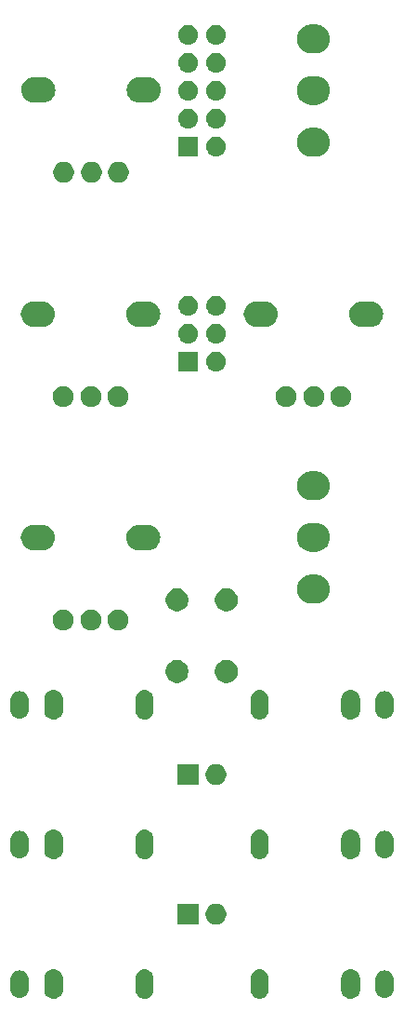
<source format=gbr>
G04 #@! TF.GenerationSoftware,KiCad,Pcbnew,5.0.2-bee76a0~70~ubuntu18.04.1*
G04 #@! TF.CreationDate,2018-12-31T18:36:31+08:00*
G04 #@! TF.ProjectId,LFO,4c464f2e-6b69-4636-9164-5f7063625858,rev?*
G04 #@! TF.SameCoordinates,PX8d9ee20PY6422c40*
G04 #@! TF.FileFunction,Soldermask,Top*
G04 #@! TF.FilePolarity,Negative*
%FSLAX46Y46*%
G04 Gerber Fmt 4.6, Leading zero omitted, Abs format (unit mm)*
G04 Created by KiCad (PCBNEW 5.0.2-bee76a0~70~ubuntu18.04.1) date Mon Dec 31 18:36:31 2018*
%MOMM*%
%LPD*%
G01*
G04 APERTURE LIST*
%ADD10C,0.100000*%
G04 APERTURE END LIST*
D10*
G36*
X-13373179Y-39301313D02*
X-13373176Y-39301314D01*
X-13373175Y-39301314D01*
X-13212761Y-39349975D01*
X-13212759Y-39349976D01*
X-13212756Y-39349977D01*
X-13064922Y-39428995D01*
X-12935341Y-39535341D01*
X-12828995Y-39664922D01*
X-12749977Y-39812756D01*
X-12749977Y-39812757D01*
X-12749975Y-39812761D01*
X-12713508Y-39932977D01*
X-12701313Y-39973179D01*
X-12689000Y-40098197D01*
X-12689000Y-41181804D01*
X-12701313Y-41306821D01*
X-12701314Y-41306824D01*
X-12701314Y-41306825D01*
X-12719640Y-41367239D01*
X-12749977Y-41467244D01*
X-12828995Y-41615078D01*
X-12935341Y-41744659D01*
X-13064922Y-41851005D01*
X-13212757Y-41930023D01*
X-13212760Y-41930024D01*
X-13212762Y-41930025D01*
X-13373176Y-41978686D01*
X-13373177Y-41978686D01*
X-13373180Y-41978687D01*
X-13540000Y-41995117D01*
X-13706821Y-41978687D01*
X-13706824Y-41978686D01*
X-13706825Y-41978686D01*
X-13867239Y-41930025D01*
X-13867241Y-41930024D01*
X-13867244Y-41930023D01*
X-14015078Y-41851005D01*
X-14144659Y-41744659D01*
X-14251005Y-41615078D01*
X-14330023Y-41467243D01*
X-14360357Y-41367244D01*
X-14378686Y-41306824D01*
X-14378686Y-41306823D01*
X-14378687Y-41306820D01*
X-14391000Y-41181803D01*
X-14390999Y-40098196D01*
X-14378686Y-39973179D01*
X-14366491Y-39932977D01*
X-14330024Y-39812761D01*
X-14330022Y-39812757D01*
X-14330022Y-39812756D01*
X-14251004Y-39664922D01*
X-14144658Y-39535341D01*
X-14015077Y-39428995D01*
X-13867243Y-39349977D01*
X-13867240Y-39349976D01*
X-13867238Y-39349975D01*
X-13706824Y-39301314D01*
X-13706823Y-39301314D01*
X-13706820Y-39301313D01*
X-13540000Y-39284883D01*
X-13373179Y-39301313D01*
X-13373179Y-39301313D01*
G37*
G36*
X13706820Y-39301313D02*
X13706823Y-39301314D01*
X13706824Y-39301314D01*
X13867238Y-39349975D01*
X13867240Y-39349976D01*
X13867243Y-39349977D01*
X14015078Y-39428995D01*
X14144659Y-39535341D01*
X14251005Y-39664922D01*
X14330023Y-39812756D01*
X14330023Y-39812757D01*
X14330025Y-39812761D01*
X14366492Y-39932977D01*
X14378687Y-39973179D01*
X14391000Y-40098196D01*
X14391000Y-41181803D01*
X14378687Y-41306821D01*
X14378686Y-41306824D01*
X14378686Y-41306825D01*
X14360360Y-41367239D01*
X14330023Y-41467244D01*
X14251005Y-41615078D01*
X14144659Y-41744659D01*
X14015078Y-41851005D01*
X13867244Y-41930023D01*
X13867241Y-41930024D01*
X13867239Y-41930025D01*
X13706825Y-41978686D01*
X13706824Y-41978686D01*
X13706821Y-41978687D01*
X13540000Y-41995117D01*
X13373180Y-41978687D01*
X13373177Y-41978686D01*
X13373176Y-41978686D01*
X13212762Y-41930025D01*
X13212760Y-41930024D01*
X13212757Y-41930023D01*
X13064923Y-41851005D01*
X12935342Y-41744659D01*
X12828996Y-41615078D01*
X12749978Y-41467244D01*
X12719642Y-41367239D01*
X12701315Y-41306825D01*
X12701315Y-41306824D01*
X12701314Y-41306821D01*
X12689001Y-41181804D01*
X12689000Y-40098197D01*
X12701313Y-39973180D01*
X12701314Y-39973176D01*
X12749975Y-39812762D01*
X12749976Y-39812760D01*
X12749977Y-39812757D01*
X12828995Y-39664922D01*
X12935341Y-39535341D01*
X13064922Y-39428995D01*
X13212756Y-39349977D01*
X13212759Y-39349976D01*
X13212761Y-39349975D01*
X13373175Y-39301314D01*
X13373176Y-39301314D01*
X13373179Y-39301313D01*
X13540000Y-39284883D01*
X13706820Y-39301313D01*
X13706820Y-39301313D01*
G37*
G36*
X5397024Y-39300590D02*
X5548011Y-39346392D01*
X5687161Y-39420768D01*
X5722750Y-39449975D01*
X5809133Y-39520867D01*
X5809134Y-39520869D01*
X5809136Y-39520870D01*
X5909230Y-39642835D01*
X5983608Y-39781988D01*
X6029410Y-39932975D01*
X6041000Y-40050654D01*
X6041000Y-41229346D01*
X6029410Y-41347025D01*
X5983608Y-41498012D01*
X5909230Y-41637165D01*
X5809133Y-41759133D01*
X5687165Y-41859230D01*
X5548012Y-41933608D01*
X5397025Y-41979410D01*
X5240000Y-41994875D01*
X5082976Y-41979410D01*
X4931989Y-41933608D01*
X4792836Y-41859230D01*
X4670868Y-41759133D01*
X4570771Y-41637165D01*
X4496393Y-41498012D01*
X4450591Y-41347025D01*
X4439001Y-41229346D01*
X4439000Y-40050655D01*
X4450590Y-39932976D01*
X4496392Y-39781989D01*
X4570768Y-39642839D01*
X4670865Y-39520870D01*
X4670867Y-39520867D01*
X4670869Y-39520866D01*
X4670870Y-39520864D01*
X4792835Y-39420770D01*
X4931988Y-39346392D01*
X5082975Y-39300590D01*
X5240000Y-39285125D01*
X5397024Y-39300590D01*
X5397024Y-39300590D01*
G37*
G36*
X-5082975Y-39300590D02*
X-4931988Y-39346392D01*
X-4792835Y-39420770D01*
X-4670867Y-39520867D01*
X-4570770Y-39642835D01*
X-4496392Y-39781988D01*
X-4450590Y-39932975D01*
X-4439000Y-40050654D01*
X-4439000Y-41229346D01*
X-4450590Y-41347025D01*
X-4496392Y-41498012D01*
X-4570770Y-41637165D01*
X-4670864Y-41759130D01*
X-4670866Y-41759131D01*
X-4670867Y-41759133D01*
X-4670871Y-41759136D01*
X-4792839Y-41859232D01*
X-4931989Y-41933608D01*
X-5082976Y-41979410D01*
X-5240000Y-41994875D01*
X-5397025Y-41979410D01*
X-5548012Y-41933608D01*
X-5687165Y-41859230D01*
X-5809130Y-41759136D01*
X-5809131Y-41759134D01*
X-5809133Y-41759133D01*
X-5859181Y-41698148D01*
X-5909232Y-41637161D01*
X-5983608Y-41498011D01*
X-6029410Y-41347024D01*
X-6041000Y-41229345D01*
X-6040999Y-40050654D01*
X-6029409Y-39932975D01*
X-5983607Y-39781988D01*
X-5909229Y-39642835D01*
X-5809132Y-39520867D01*
X-5687164Y-39420770D01*
X-5548011Y-39346392D01*
X-5397024Y-39300590D01*
X-5240000Y-39285125D01*
X-5082975Y-39300590D01*
X-5082975Y-39300590D01*
G37*
G36*
X16806820Y-39401313D02*
X16806823Y-39401314D01*
X16806824Y-39401314D01*
X16967238Y-39449975D01*
X16967240Y-39449976D01*
X16967243Y-39449977D01*
X17115078Y-39528995D01*
X17244659Y-39635341D01*
X17351005Y-39764922D01*
X17430023Y-39912756D01*
X17430023Y-39912757D01*
X17430025Y-39912761D01*
X17471855Y-40050656D01*
X17478687Y-40073179D01*
X17491000Y-40198196D01*
X17491000Y-41081803D01*
X17478687Y-41206820D01*
X17478686Y-41206822D01*
X17478686Y-41206825D01*
X17430025Y-41367238D01*
X17430023Y-41367244D01*
X17351005Y-41515078D01*
X17244659Y-41644659D01*
X17115078Y-41751005D01*
X16967244Y-41830023D01*
X16967241Y-41830024D01*
X16967239Y-41830025D01*
X16806825Y-41878686D01*
X16806824Y-41878686D01*
X16806821Y-41878687D01*
X16640000Y-41895117D01*
X16473180Y-41878687D01*
X16473177Y-41878686D01*
X16473176Y-41878686D01*
X16312762Y-41830025D01*
X16312760Y-41830024D01*
X16312757Y-41830023D01*
X16164923Y-41751005D01*
X16035342Y-41644659D01*
X15928996Y-41515078D01*
X15849978Y-41367244D01*
X15843845Y-41347025D01*
X15801315Y-41206825D01*
X15801315Y-41206824D01*
X15801314Y-41206821D01*
X15789000Y-41081803D01*
X15789000Y-40198197D01*
X15801313Y-40073180D01*
X15801314Y-40073176D01*
X15849975Y-39912762D01*
X15849976Y-39912760D01*
X15849977Y-39912757D01*
X15928995Y-39764922D01*
X16035341Y-39635341D01*
X16164922Y-39528995D01*
X16312756Y-39449977D01*
X16312759Y-39449976D01*
X16312761Y-39449975D01*
X16473175Y-39401314D01*
X16473176Y-39401314D01*
X16473179Y-39401313D01*
X16640000Y-39384883D01*
X16806820Y-39401313D01*
X16806820Y-39401313D01*
G37*
G36*
X-16473179Y-39401313D02*
X-16473176Y-39401314D01*
X-16473175Y-39401314D01*
X-16312761Y-39449975D01*
X-16312759Y-39449976D01*
X-16312756Y-39449977D01*
X-16164922Y-39528995D01*
X-16035341Y-39635341D01*
X-15928995Y-39764922D01*
X-15849977Y-39912756D01*
X-15849977Y-39912757D01*
X-15849975Y-39912761D01*
X-15801314Y-40073175D01*
X-15801314Y-40073176D01*
X-15801313Y-40073180D01*
X-15789000Y-40198197D01*
X-15789000Y-41081804D01*
X-15801313Y-41206821D01*
X-15801314Y-41206824D01*
X-15801314Y-41206825D01*
X-15843843Y-41347025D01*
X-15849977Y-41367244D01*
X-15928995Y-41515078D01*
X-16035341Y-41644659D01*
X-16164922Y-41751005D01*
X-16312757Y-41830023D01*
X-16312760Y-41830024D01*
X-16312762Y-41830025D01*
X-16473176Y-41878686D01*
X-16473177Y-41878686D01*
X-16473180Y-41878687D01*
X-16640000Y-41895117D01*
X-16806821Y-41878687D01*
X-16806824Y-41878686D01*
X-16806825Y-41878686D01*
X-16967239Y-41830025D01*
X-16967241Y-41830024D01*
X-16967244Y-41830023D01*
X-17115078Y-41751005D01*
X-17244659Y-41644659D01*
X-17351005Y-41515078D01*
X-17430023Y-41367243D01*
X-17436156Y-41347025D01*
X-17478686Y-41206824D01*
X-17478686Y-41206823D01*
X-17478687Y-41206820D01*
X-17491000Y-41081803D01*
X-17491000Y-40198197D01*
X-17478686Y-40073179D01*
X-17471854Y-40050656D01*
X-17430024Y-39912761D01*
X-17430022Y-39912757D01*
X-17430022Y-39912756D01*
X-17351004Y-39764922D01*
X-17244658Y-39635341D01*
X-17115077Y-39528995D01*
X-16967243Y-39449977D01*
X-16967240Y-39449976D01*
X-16967238Y-39449975D01*
X-16806824Y-39401314D01*
X-16806823Y-39401314D01*
X-16806820Y-39401313D01*
X-16640000Y-39384883D01*
X-16473179Y-39401313D01*
X-16473179Y-39401313D01*
G37*
G36*
X1547396Y-33375546D02*
X1720466Y-33447234D01*
X1876230Y-33551312D01*
X2008688Y-33683770D01*
X2112766Y-33839534D01*
X2184454Y-34012604D01*
X2221000Y-34196333D01*
X2221000Y-34383667D01*
X2184454Y-34567396D01*
X2112766Y-34740466D01*
X2008688Y-34896230D01*
X1876230Y-35028688D01*
X1720466Y-35132766D01*
X1547396Y-35204454D01*
X1363667Y-35241000D01*
X1176333Y-35241000D01*
X992604Y-35204454D01*
X819534Y-35132766D01*
X663770Y-35028688D01*
X531312Y-34896230D01*
X427234Y-34740466D01*
X355546Y-34567396D01*
X319000Y-34383667D01*
X319000Y-34196333D01*
X355546Y-34012604D01*
X427234Y-33839534D01*
X531312Y-33683770D01*
X663770Y-33551312D01*
X819534Y-33447234D01*
X992604Y-33375546D01*
X1176333Y-33339000D01*
X1363667Y-33339000D01*
X1547396Y-33375546D01*
X1547396Y-33375546D01*
G37*
G36*
X-319000Y-35241000D02*
X-2221000Y-35241000D01*
X-2221000Y-33339000D01*
X-319000Y-33339000D01*
X-319000Y-35241000D01*
X-319000Y-35241000D01*
G37*
G36*
X-13373179Y-26601313D02*
X-13373176Y-26601314D01*
X-13373175Y-26601314D01*
X-13212761Y-26649975D01*
X-13212759Y-26649976D01*
X-13212756Y-26649977D01*
X-13064922Y-26728995D01*
X-12935341Y-26835341D01*
X-12828995Y-26964922D01*
X-12749977Y-27112756D01*
X-12749977Y-27112757D01*
X-12749975Y-27112761D01*
X-12713508Y-27232977D01*
X-12701313Y-27273179D01*
X-12689000Y-27398197D01*
X-12689000Y-28481804D01*
X-12701313Y-28606821D01*
X-12701314Y-28606824D01*
X-12701314Y-28606825D01*
X-12719640Y-28667239D01*
X-12749977Y-28767244D01*
X-12828995Y-28915078D01*
X-12935341Y-29044659D01*
X-13064922Y-29151005D01*
X-13212757Y-29230023D01*
X-13212760Y-29230024D01*
X-13212762Y-29230025D01*
X-13373176Y-29278686D01*
X-13373177Y-29278686D01*
X-13373180Y-29278687D01*
X-13540000Y-29295117D01*
X-13706821Y-29278687D01*
X-13706824Y-29278686D01*
X-13706825Y-29278686D01*
X-13867239Y-29230025D01*
X-13867241Y-29230024D01*
X-13867244Y-29230023D01*
X-14015078Y-29151005D01*
X-14144659Y-29044659D01*
X-14251005Y-28915078D01*
X-14330023Y-28767243D01*
X-14360357Y-28667244D01*
X-14378686Y-28606824D01*
X-14378686Y-28606823D01*
X-14378687Y-28606820D01*
X-14391000Y-28481803D01*
X-14390999Y-27398196D01*
X-14378686Y-27273179D01*
X-14366491Y-27232977D01*
X-14330024Y-27112761D01*
X-14330022Y-27112757D01*
X-14330022Y-27112756D01*
X-14251004Y-26964922D01*
X-14144658Y-26835341D01*
X-14015077Y-26728995D01*
X-13867243Y-26649977D01*
X-13867240Y-26649976D01*
X-13867238Y-26649975D01*
X-13706824Y-26601314D01*
X-13706823Y-26601314D01*
X-13706820Y-26601313D01*
X-13540000Y-26584883D01*
X-13373179Y-26601313D01*
X-13373179Y-26601313D01*
G37*
G36*
X13706820Y-26601313D02*
X13706823Y-26601314D01*
X13706824Y-26601314D01*
X13867238Y-26649975D01*
X13867240Y-26649976D01*
X13867243Y-26649977D01*
X14015078Y-26728995D01*
X14144659Y-26835341D01*
X14251005Y-26964922D01*
X14330023Y-27112756D01*
X14330023Y-27112757D01*
X14330025Y-27112761D01*
X14366492Y-27232977D01*
X14378687Y-27273179D01*
X14391000Y-27398196D01*
X14391000Y-28481803D01*
X14378687Y-28606821D01*
X14378686Y-28606824D01*
X14378686Y-28606825D01*
X14360360Y-28667239D01*
X14330023Y-28767244D01*
X14251005Y-28915078D01*
X14144659Y-29044659D01*
X14015078Y-29151005D01*
X13867244Y-29230023D01*
X13867241Y-29230024D01*
X13867239Y-29230025D01*
X13706825Y-29278686D01*
X13706824Y-29278686D01*
X13706821Y-29278687D01*
X13540000Y-29295117D01*
X13373180Y-29278687D01*
X13373177Y-29278686D01*
X13373176Y-29278686D01*
X13212762Y-29230025D01*
X13212760Y-29230024D01*
X13212757Y-29230023D01*
X13064923Y-29151005D01*
X12935342Y-29044659D01*
X12828996Y-28915078D01*
X12749978Y-28767244D01*
X12719642Y-28667239D01*
X12701315Y-28606825D01*
X12701315Y-28606824D01*
X12701314Y-28606821D01*
X12689001Y-28481804D01*
X12689000Y-27398197D01*
X12701313Y-27273180D01*
X12701314Y-27273176D01*
X12749975Y-27112762D01*
X12749976Y-27112760D01*
X12749977Y-27112757D01*
X12828995Y-26964922D01*
X12935341Y-26835341D01*
X13064922Y-26728995D01*
X13212756Y-26649977D01*
X13212759Y-26649976D01*
X13212761Y-26649975D01*
X13373175Y-26601314D01*
X13373176Y-26601314D01*
X13373179Y-26601313D01*
X13540000Y-26584883D01*
X13706820Y-26601313D01*
X13706820Y-26601313D01*
G37*
G36*
X-5082975Y-26600590D02*
X-4931988Y-26646392D01*
X-4792835Y-26720770D01*
X-4670867Y-26820867D01*
X-4570770Y-26942835D01*
X-4496392Y-27081988D01*
X-4450590Y-27232975D01*
X-4439000Y-27350654D01*
X-4439000Y-28529346D01*
X-4450590Y-28647025D01*
X-4496392Y-28798012D01*
X-4570770Y-28937165D01*
X-4670864Y-29059130D01*
X-4670866Y-29059131D01*
X-4670867Y-29059133D01*
X-4670871Y-29059136D01*
X-4792839Y-29159232D01*
X-4931989Y-29233608D01*
X-5082976Y-29279410D01*
X-5240000Y-29294875D01*
X-5397025Y-29279410D01*
X-5548012Y-29233608D01*
X-5687165Y-29159230D01*
X-5809130Y-29059136D01*
X-5809131Y-29059134D01*
X-5809133Y-29059133D01*
X-5859181Y-28998148D01*
X-5909232Y-28937161D01*
X-5983608Y-28798011D01*
X-6029410Y-28647024D01*
X-6041000Y-28529345D01*
X-6040999Y-27350654D01*
X-6029409Y-27232975D01*
X-5983607Y-27081988D01*
X-5909229Y-26942835D01*
X-5809132Y-26820867D01*
X-5687164Y-26720770D01*
X-5548011Y-26646392D01*
X-5397024Y-26600590D01*
X-5240000Y-26585125D01*
X-5082975Y-26600590D01*
X-5082975Y-26600590D01*
G37*
G36*
X5397024Y-26600590D02*
X5548011Y-26646392D01*
X5687161Y-26720768D01*
X5722750Y-26749975D01*
X5809133Y-26820867D01*
X5809134Y-26820869D01*
X5809136Y-26820870D01*
X5909230Y-26942835D01*
X5983608Y-27081988D01*
X6029410Y-27232975D01*
X6041000Y-27350654D01*
X6041000Y-28529346D01*
X6029410Y-28647025D01*
X5983608Y-28798012D01*
X5909230Y-28937165D01*
X5809133Y-29059133D01*
X5687165Y-29159230D01*
X5548012Y-29233608D01*
X5397025Y-29279410D01*
X5240000Y-29294875D01*
X5082976Y-29279410D01*
X4931989Y-29233608D01*
X4792836Y-29159230D01*
X4670868Y-29059133D01*
X4570771Y-28937165D01*
X4496393Y-28798012D01*
X4450591Y-28647025D01*
X4439001Y-28529346D01*
X4439000Y-27350655D01*
X4450590Y-27232976D01*
X4496392Y-27081989D01*
X4570768Y-26942839D01*
X4670865Y-26820870D01*
X4670867Y-26820867D01*
X4670869Y-26820866D01*
X4670870Y-26820864D01*
X4792835Y-26720770D01*
X4931988Y-26646392D01*
X5082975Y-26600590D01*
X5240000Y-26585125D01*
X5397024Y-26600590D01*
X5397024Y-26600590D01*
G37*
G36*
X-16473179Y-26701313D02*
X-16473176Y-26701314D01*
X-16473175Y-26701314D01*
X-16312761Y-26749975D01*
X-16312759Y-26749976D01*
X-16312756Y-26749977D01*
X-16164922Y-26828995D01*
X-16035341Y-26935341D01*
X-15928995Y-27064922D01*
X-15849977Y-27212756D01*
X-15849977Y-27212757D01*
X-15849975Y-27212761D01*
X-15801314Y-27373175D01*
X-15801314Y-27373176D01*
X-15801313Y-27373180D01*
X-15789000Y-27498197D01*
X-15789000Y-28381804D01*
X-15801313Y-28506821D01*
X-15801314Y-28506824D01*
X-15801314Y-28506825D01*
X-15843843Y-28647025D01*
X-15849977Y-28667244D01*
X-15928995Y-28815078D01*
X-16035341Y-28944659D01*
X-16164922Y-29051005D01*
X-16312757Y-29130023D01*
X-16312760Y-29130024D01*
X-16312762Y-29130025D01*
X-16473176Y-29178686D01*
X-16473177Y-29178686D01*
X-16473180Y-29178687D01*
X-16640000Y-29195117D01*
X-16806821Y-29178687D01*
X-16806824Y-29178686D01*
X-16806825Y-29178686D01*
X-16967239Y-29130025D01*
X-16967241Y-29130024D01*
X-16967244Y-29130023D01*
X-17115078Y-29051005D01*
X-17244659Y-28944659D01*
X-17351005Y-28815078D01*
X-17430023Y-28667243D01*
X-17436156Y-28647025D01*
X-17478686Y-28506824D01*
X-17478686Y-28506823D01*
X-17478687Y-28506820D01*
X-17491000Y-28381803D01*
X-17491000Y-27498197D01*
X-17478686Y-27373179D01*
X-17471854Y-27350656D01*
X-17430024Y-27212761D01*
X-17430022Y-27212757D01*
X-17430022Y-27212756D01*
X-17351004Y-27064922D01*
X-17244658Y-26935341D01*
X-17115077Y-26828995D01*
X-16967243Y-26749977D01*
X-16967240Y-26749976D01*
X-16967238Y-26749975D01*
X-16806824Y-26701314D01*
X-16806823Y-26701314D01*
X-16806820Y-26701313D01*
X-16640000Y-26684883D01*
X-16473179Y-26701313D01*
X-16473179Y-26701313D01*
G37*
G36*
X16806820Y-26701313D02*
X16806823Y-26701314D01*
X16806824Y-26701314D01*
X16967238Y-26749975D01*
X16967240Y-26749976D01*
X16967243Y-26749977D01*
X17115078Y-26828995D01*
X17244659Y-26935341D01*
X17351005Y-27064922D01*
X17430023Y-27212756D01*
X17430023Y-27212757D01*
X17430025Y-27212761D01*
X17471855Y-27350656D01*
X17478687Y-27373179D01*
X17491000Y-27498196D01*
X17491000Y-28381803D01*
X17478687Y-28506820D01*
X17478686Y-28506822D01*
X17478686Y-28506825D01*
X17430025Y-28667238D01*
X17430023Y-28667244D01*
X17351005Y-28815078D01*
X17244659Y-28944659D01*
X17115078Y-29051005D01*
X16967244Y-29130023D01*
X16967241Y-29130024D01*
X16967239Y-29130025D01*
X16806825Y-29178686D01*
X16806824Y-29178686D01*
X16806821Y-29178687D01*
X16640000Y-29195117D01*
X16473180Y-29178687D01*
X16473177Y-29178686D01*
X16473176Y-29178686D01*
X16312762Y-29130025D01*
X16312760Y-29130024D01*
X16312757Y-29130023D01*
X16164923Y-29051005D01*
X16035342Y-28944659D01*
X15928996Y-28815078D01*
X15849978Y-28667244D01*
X15843845Y-28647025D01*
X15801315Y-28506825D01*
X15801315Y-28506824D01*
X15801314Y-28506821D01*
X15789000Y-28381803D01*
X15789000Y-27498197D01*
X15801313Y-27373180D01*
X15801314Y-27373176D01*
X15849975Y-27212762D01*
X15849976Y-27212760D01*
X15849977Y-27212757D01*
X15928995Y-27064922D01*
X16035341Y-26935341D01*
X16164922Y-26828995D01*
X16312756Y-26749977D01*
X16312759Y-26749976D01*
X16312761Y-26749975D01*
X16473175Y-26701314D01*
X16473176Y-26701314D01*
X16473179Y-26701313D01*
X16640000Y-26684883D01*
X16806820Y-26701313D01*
X16806820Y-26701313D01*
G37*
G36*
X-319000Y-22541000D02*
X-2221000Y-22541000D01*
X-2221000Y-20639000D01*
X-319000Y-20639000D01*
X-319000Y-22541000D01*
X-319000Y-22541000D01*
G37*
G36*
X1547396Y-20675546D02*
X1720466Y-20747234D01*
X1876230Y-20851312D01*
X2008688Y-20983770D01*
X2112766Y-21139534D01*
X2184454Y-21312604D01*
X2221000Y-21496333D01*
X2221000Y-21683667D01*
X2184454Y-21867396D01*
X2112766Y-22040466D01*
X2008688Y-22196230D01*
X1876230Y-22328688D01*
X1720466Y-22432766D01*
X1547396Y-22504454D01*
X1363667Y-22541000D01*
X1176333Y-22541000D01*
X992604Y-22504454D01*
X819534Y-22432766D01*
X663770Y-22328688D01*
X531312Y-22196230D01*
X427234Y-22040466D01*
X355546Y-21867396D01*
X319000Y-21683667D01*
X319000Y-21496333D01*
X355546Y-21312604D01*
X427234Y-21139534D01*
X531312Y-20983770D01*
X663770Y-20851312D01*
X819534Y-20747234D01*
X992604Y-20675546D01*
X1176333Y-20639000D01*
X1363667Y-20639000D01*
X1547396Y-20675546D01*
X1547396Y-20675546D01*
G37*
G36*
X13706820Y-13901313D02*
X13706823Y-13901314D01*
X13706824Y-13901314D01*
X13867238Y-13949975D01*
X13867240Y-13949976D01*
X13867243Y-13949977D01*
X14015078Y-14028995D01*
X14144659Y-14135341D01*
X14251005Y-14264922D01*
X14330023Y-14412756D01*
X14330023Y-14412757D01*
X14330025Y-14412761D01*
X14366492Y-14532977D01*
X14378687Y-14573179D01*
X14391000Y-14698196D01*
X14391000Y-15781803D01*
X14378687Y-15906821D01*
X14378686Y-15906824D01*
X14378686Y-15906825D01*
X14360360Y-15967239D01*
X14330023Y-16067244D01*
X14251005Y-16215078D01*
X14144659Y-16344659D01*
X14015078Y-16451005D01*
X13867244Y-16530023D01*
X13867241Y-16530024D01*
X13867239Y-16530025D01*
X13706825Y-16578686D01*
X13706824Y-16578686D01*
X13706821Y-16578687D01*
X13540000Y-16595117D01*
X13373180Y-16578687D01*
X13373177Y-16578686D01*
X13373176Y-16578686D01*
X13212762Y-16530025D01*
X13212760Y-16530024D01*
X13212757Y-16530023D01*
X13064923Y-16451005D01*
X12935342Y-16344659D01*
X12828996Y-16215078D01*
X12749978Y-16067244D01*
X12719642Y-15967239D01*
X12701315Y-15906825D01*
X12701315Y-15906824D01*
X12701314Y-15906821D01*
X12689001Y-15781804D01*
X12689000Y-14698197D01*
X12701313Y-14573180D01*
X12701314Y-14573176D01*
X12749975Y-14412762D01*
X12749976Y-14412760D01*
X12749977Y-14412757D01*
X12828995Y-14264922D01*
X12935341Y-14135341D01*
X13064922Y-14028995D01*
X13212756Y-13949977D01*
X13212759Y-13949976D01*
X13212761Y-13949975D01*
X13373175Y-13901314D01*
X13373176Y-13901314D01*
X13373179Y-13901313D01*
X13540000Y-13884883D01*
X13706820Y-13901313D01*
X13706820Y-13901313D01*
G37*
G36*
X-13373179Y-13901313D02*
X-13373176Y-13901314D01*
X-13373175Y-13901314D01*
X-13212761Y-13949975D01*
X-13212759Y-13949976D01*
X-13212756Y-13949977D01*
X-13064922Y-14028995D01*
X-12935341Y-14135341D01*
X-12828995Y-14264922D01*
X-12749977Y-14412756D01*
X-12749977Y-14412757D01*
X-12749975Y-14412761D01*
X-12713508Y-14532977D01*
X-12701313Y-14573179D01*
X-12689000Y-14698197D01*
X-12689000Y-15781804D01*
X-12701313Y-15906821D01*
X-12701314Y-15906824D01*
X-12701314Y-15906825D01*
X-12719640Y-15967239D01*
X-12749977Y-16067244D01*
X-12828995Y-16215078D01*
X-12935341Y-16344659D01*
X-13064922Y-16451005D01*
X-13212757Y-16530023D01*
X-13212760Y-16530024D01*
X-13212762Y-16530025D01*
X-13373176Y-16578686D01*
X-13373177Y-16578686D01*
X-13373180Y-16578687D01*
X-13540000Y-16595117D01*
X-13706821Y-16578687D01*
X-13706824Y-16578686D01*
X-13706825Y-16578686D01*
X-13867239Y-16530025D01*
X-13867241Y-16530024D01*
X-13867244Y-16530023D01*
X-14015078Y-16451005D01*
X-14144659Y-16344659D01*
X-14251005Y-16215078D01*
X-14330023Y-16067243D01*
X-14360357Y-15967244D01*
X-14378686Y-15906824D01*
X-14378686Y-15906823D01*
X-14378687Y-15906820D01*
X-14391000Y-15781803D01*
X-14390999Y-14698196D01*
X-14378686Y-14573179D01*
X-14366491Y-14532977D01*
X-14330024Y-14412761D01*
X-14330022Y-14412757D01*
X-14330022Y-14412756D01*
X-14251004Y-14264922D01*
X-14144658Y-14135341D01*
X-14015077Y-14028995D01*
X-13867243Y-13949977D01*
X-13867240Y-13949976D01*
X-13867238Y-13949975D01*
X-13706824Y-13901314D01*
X-13706823Y-13901314D01*
X-13706820Y-13901313D01*
X-13540000Y-13884883D01*
X-13373179Y-13901313D01*
X-13373179Y-13901313D01*
G37*
G36*
X-5082975Y-13900590D02*
X-4931988Y-13946392D01*
X-4792835Y-14020770D01*
X-4670867Y-14120867D01*
X-4570770Y-14242835D01*
X-4496392Y-14381988D01*
X-4450590Y-14532975D01*
X-4439000Y-14650654D01*
X-4439000Y-15829346D01*
X-4450590Y-15947025D01*
X-4496392Y-16098012D01*
X-4570770Y-16237165D01*
X-4670864Y-16359130D01*
X-4670866Y-16359131D01*
X-4670867Y-16359133D01*
X-4670871Y-16359136D01*
X-4792839Y-16459232D01*
X-4931989Y-16533608D01*
X-5082976Y-16579410D01*
X-5240000Y-16594875D01*
X-5397025Y-16579410D01*
X-5548012Y-16533608D01*
X-5687165Y-16459230D01*
X-5809130Y-16359136D01*
X-5809131Y-16359134D01*
X-5809133Y-16359133D01*
X-5859181Y-16298149D01*
X-5909232Y-16237161D01*
X-5983608Y-16098011D01*
X-6029410Y-15947024D01*
X-6041000Y-15829345D01*
X-6040999Y-14650654D01*
X-6029409Y-14532975D01*
X-5983607Y-14381988D01*
X-5909229Y-14242835D01*
X-5809132Y-14120867D01*
X-5687164Y-14020770D01*
X-5548011Y-13946392D01*
X-5397024Y-13900590D01*
X-5240000Y-13885125D01*
X-5082975Y-13900590D01*
X-5082975Y-13900590D01*
G37*
G36*
X5397024Y-13900590D02*
X5548011Y-13946392D01*
X5687161Y-14020768D01*
X5722750Y-14049975D01*
X5809133Y-14120867D01*
X5809134Y-14120869D01*
X5809136Y-14120870D01*
X5909230Y-14242835D01*
X5983608Y-14381988D01*
X6029410Y-14532975D01*
X6041000Y-14650654D01*
X6041000Y-15829346D01*
X6029410Y-15947025D01*
X5983608Y-16098012D01*
X5909230Y-16237165D01*
X5809133Y-16359133D01*
X5687165Y-16459230D01*
X5548012Y-16533608D01*
X5397025Y-16579410D01*
X5240000Y-16594875D01*
X5082976Y-16579410D01*
X4931989Y-16533608D01*
X4792836Y-16459230D01*
X4670868Y-16359133D01*
X4570771Y-16237165D01*
X4496393Y-16098012D01*
X4450591Y-15947025D01*
X4439001Y-15829346D01*
X4439000Y-14650655D01*
X4450590Y-14532976D01*
X4496392Y-14381989D01*
X4570768Y-14242839D01*
X4670865Y-14120870D01*
X4670867Y-14120867D01*
X4670869Y-14120866D01*
X4670870Y-14120864D01*
X4792835Y-14020770D01*
X4931988Y-13946392D01*
X5082975Y-13900590D01*
X5240000Y-13885125D01*
X5397024Y-13900590D01*
X5397024Y-13900590D01*
G37*
G36*
X-16473179Y-14001313D02*
X-16473176Y-14001314D01*
X-16473175Y-14001314D01*
X-16312761Y-14049975D01*
X-16312759Y-14049976D01*
X-16312756Y-14049977D01*
X-16164922Y-14128995D01*
X-16035341Y-14235341D01*
X-15928995Y-14364922D01*
X-15849977Y-14512756D01*
X-15849977Y-14512757D01*
X-15849975Y-14512761D01*
X-15801314Y-14673175D01*
X-15801314Y-14673176D01*
X-15801313Y-14673180D01*
X-15789000Y-14798197D01*
X-15789000Y-15681804D01*
X-15801313Y-15806821D01*
X-15801314Y-15806824D01*
X-15801314Y-15806825D01*
X-15843843Y-15947025D01*
X-15849977Y-15967244D01*
X-15928995Y-16115078D01*
X-16035341Y-16244659D01*
X-16164922Y-16351005D01*
X-16312757Y-16430023D01*
X-16312760Y-16430024D01*
X-16312762Y-16430025D01*
X-16473176Y-16478686D01*
X-16473177Y-16478686D01*
X-16473180Y-16478687D01*
X-16640000Y-16495117D01*
X-16806821Y-16478687D01*
X-16806824Y-16478686D01*
X-16806825Y-16478686D01*
X-16967239Y-16430025D01*
X-16967241Y-16430024D01*
X-16967244Y-16430023D01*
X-17115078Y-16351005D01*
X-17244659Y-16244659D01*
X-17351005Y-16115078D01*
X-17430023Y-15967243D01*
X-17436156Y-15947025D01*
X-17478686Y-15806824D01*
X-17478686Y-15806823D01*
X-17478687Y-15806820D01*
X-17491000Y-15681803D01*
X-17491000Y-14798197D01*
X-17478686Y-14673179D01*
X-17471854Y-14650656D01*
X-17430024Y-14512761D01*
X-17430022Y-14512757D01*
X-17430022Y-14512756D01*
X-17351004Y-14364922D01*
X-17244658Y-14235341D01*
X-17115077Y-14128995D01*
X-16967243Y-14049977D01*
X-16967240Y-14049976D01*
X-16967238Y-14049975D01*
X-16806824Y-14001314D01*
X-16806823Y-14001314D01*
X-16806820Y-14001313D01*
X-16640000Y-13984883D01*
X-16473179Y-14001313D01*
X-16473179Y-14001313D01*
G37*
G36*
X16806820Y-14001313D02*
X16806823Y-14001314D01*
X16806824Y-14001314D01*
X16967238Y-14049975D01*
X16967240Y-14049976D01*
X16967243Y-14049977D01*
X17115078Y-14128995D01*
X17244659Y-14235341D01*
X17351005Y-14364922D01*
X17430023Y-14512756D01*
X17430023Y-14512757D01*
X17430025Y-14512761D01*
X17471855Y-14650656D01*
X17478687Y-14673179D01*
X17491000Y-14798196D01*
X17491000Y-15681803D01*
X17478687Y-15806820D01*
X17478686Y-15806822D01*
X17478686Y-15806825D01*
X17430025Y-15967238D01*
X17430023Y-15967244D01*
X17351005Y-16115078D01*
X17244659Y-16244659D01*
X17115078Y-16351005D01*
X16967244Y-16430023D01*
X16967241Y-16430024D01*
X16967239Y-16430025D01*
X16806825Y-16478686D01*
X16806824Y-16478686D01*
X16806821Y-16478687D01*
X16640000Y-16495117D01*
X16473180Y-16478687D01*
X16473177Y-16478686D01*
X16473176Y-16478686D01*
X16312762Y-16430025D01*
X16312760Y-16430024D01*
X16312757Y-16430023D01*
X16164923Y-16351005D01*
X16035342Y-16244659D01*
X15928996Y-16115078D01*
X15849978Y-15967244D01*
X15843845Y-15947025D01*
X15801315Y-15806825D01*
X15801315Y-15806824D01*
X15801314Y-15806821D01*
X15789000Y-15681803D01*
X15789000Y-14798197D01*
X15801313Y-14673180D01*
X15801314Y-14673176D01*
X15849975Y-14512762D01*
X15849976Y-14512760D01*
X15849977Y-14512757D01*
X15928995Y-14364922D01*
X16035341Y-14235341D01*
X16164922Y-14128995D01*
X16312756Y-14049977D01*
X16312759Y-14049976D01*
X16312761Y-14049975D01*
X16473175Y-14001314D01*
X16473176Y-14001314D01*
X16473179Y-14001313D01*
X16640000Y-13984883D01*
X16806820Y-14001313D01*
X16806820Y-14001313D01*
G37*
G36*
X-1979435Y-11181389D02*
X-1788166Y-11260615D01*
X-1616024Y-11375637D01*
X-1469637Y-11522024D01*
X-1354615Y-11694166D01*
X-1275389Y-11885435D01*
X-1235000Y-12088484D01*
X-1235000Y-12295516D01*
X-1275389Y-12498565D01*
X-1354615Y-12689834D01*
X-1469637Y-12861976D01*
X-1616024Y-13008363D01*
X-1788166Y-13123385D01*
X-1979435Y-13202611D01*
X-2182484Y-13243000D01*
X-2389516Y-13243000D01*
X-2592565Y-13202611D01*
X-2783834Y-13123385D01*
X-2955976Y-13008363D01*
X-3102363Y-12861976D01*
X-3217385Y-12689834D01*
X-3296611Y-12498565D01*
X-3337000Y-12295516D01*
X-3337000Y-12088484D01*
X-3296611Y-11885435D01*
X-3217385Y-11694166D01*
X-3102363Y-11522024D01*
X-2955976Y-11375637D01*
X-2783834Y-11260615D01*
X-2592565Y-11181389D01*
X-2389516Y-11141000D01*
X-2182484Y-11141000D01*
X-1979435Y-11181389D01*
X-1979435Y-11181389D01*
G37*
G36*
X2520565Y-11181389D02*
X2711834Y-11260615D01*
X2883976Y-11375637D01*
X3030363Y-11522024D01*
X3145385Y-11694166D01*
X3224611Y-11885435D01*
X3265000Y-12088484D01*
X3265000Y-12295516D01*
X3224611Y-12498565D01*
X3145385Y-12689834D01*
X3030363Y-12861976D01*
X2883976Y-13008363D01*
X2711834Y-13123385D01*
X2520565Y-13202611D01*
X2317516Y-13243000D01*
X2110484Y-13243000D01*
X1907435Y-13202611D01*
X1716166Y-13123385D01*
X1544024Y-13008363D01*
X1397637Y-12861976D01*
X1282615Y-12689834D01*
X1203389Y-12498565D01*
X1163000Y-12295516D01*
X1163000Y-12088484D01*
X1203389Y-11885435D01*
X1282615Y-11694166D01*
X1397637Y-11522024D01*
X1544024Y-11375637D01*
X1716166Y-11260615D01*
X1907435Y-11181389D01*
X2110484Y-11141000D01*
X2317516Y-11141000D01*
X2520565Y-11181389D01*
X2520565Y-11181389D01*
G37*
G36*
X-7382604Y-6585556D02*
X-7209534Y-6657244D01*
X-7053770Y-6761322D01*
X-6921312Y-6893780D01*
X-6817234Y-7049544D01*
X-6745546Y-7222614D01*
X-6709000Y-7406343D01*
X-6709000Y-7593677D01*
X-6745546Y-7777406D01*
X-6817234Y-7950476D01*
X-6921312Y-8106240D01*
X-7053770Y-8238698D01*
X-7209534Y-8342776D01*
X-7382604Y-8414464D01*
X-7566333Y-8451010D01*
X-7753667Y-8451010D01*
X-7937396Y-8414464D01*
X-8110466Y-8342776D01*
X-8266230Y-8238698D01*
X-8398688Y-8106240D01*
X-8502766Y-7950476D01*
X-8574454Y-7777406D01*
X-8611000Y-7593677D01*
X-8611000Y-7406343D01*
X-8574454Y-7222614D01*
X-8502766Y-7049544D01*
X-8398688Y-6893780D01*
X-8266230Y-6761322D01*
X-8110466Y-6657244D01*
X-7937396Y-6585556D01*
X-7753667Y-6549010D01*
X-7566333Y-6549010D01*
X-7382604Y-6585556D01*
X-7382604Y-6585556D01*
G37*
G36*
X-9842604Y-6585556D02*
X-9669534Y-6657244D01*
X-9513770Y-6761322D01*
X-9381312Y-6893780D01*
X-9277234Y-7049544D01*
X-9205546Y-7222614D01*
X-9169000Y-7406343D01*
X-9169000Y-7593677D01*
X-9205546Y-7777406D01*
X-9277234Y-7950476D01*
X-9381312Y-8106240D01*
X-9513770Y-8238698D01*
X-9669534Y-8342776D01*
X-9842604Y-8414464D01*
X-10026333Y-8451010D01*
X-10213667Y-8451010D01*
X-10397396Y-8414464D01*
X-10570466Y-8342776D01*
X-10726230Y-8238698D01*
X-10858688Y-8106240D01*
X-10962766Y-7950476D01*
X-11034454Y-7777406D01*
X-11071000Y-7593677D01*
X-11071000Y-7406343D01*
X-11034454Y-7222614D01*
X-10962766Y-7049544D01*
X-10858688Y-6893780D01*
X-10726230Y-6761322D01*
X-10570466Y-6657244D01*
X-10397396Y-6585556D01*
X-10213667Y-6549010D01*
X-10026333Y-6549010D01*
X-9842604Y-6585556D01*
X-9842604Y-6585556D01*
G37*
G36*
X-12382604Y-6585556D02*
X-12209534Y-6657244D01*
X-12053770Y-6761322D01*
X-11921312Y-6893780D01*
X-11817234Y-7049544D01*
X-11745546Y-7222614D01*
X-11709000Y-7406343D01*
X-11709000Y-7593677D01*
X-11745546Y-7777406D01*
X-11817234Y-7950476D01*
X-11921312Y-8106240D01*
X-12053770Y-8238698D01*
X-12209534Y-8342776D01*
X-12382604Y-8414464D01*
X-12566333Y-8451010D01*
X-12753667Y-8451010D01*
X-12937396Y-8414464D01*
X-13110466Y-8342776D01*
X-13266230Y-8238698D01*
X-13398688Y-8106240D01*
X-13502766Y-7950476D01*
X-13574454Y-7777406D01*
X-13611000Y-7593677D01*
X-13611000Y-7406343D01*
X-13574454Y-7222614D01*
X-13502766Y-7049544D01*
X-13398688Y-6893780D01*
X-13266230Y-6761322D01*
X-13110466Y-6657244D01*
X-12937396Y-6585556D01*
X-12753667Y-6549010D01*
X-12566333Y-6549010D01*
X-12382604Y-6585556D01*
X-12382604Y-6585556D01*
G37*
G36*
X-1979435Y-4681389D02*
X-1788166Y-4760615D01*
X-1616024Y-4875637D01*
X-1469637Y-5022024D01*
X-1354615Y-5194166D01*
X-1275389Y-5385435D01*
X-1235000Y-5588484D01*
X-1235000Y-5795516D01*
X-1275389Y-5998565D01*
X-1354615Y-6189834D01*
X-1469637Y-6361976D01*
X-1616024Y-6508363D01*
X-1788166Y-6623385D01*
X-1979435Y-6702611D01*
X-2182484Y-6743000D01*
X-2389516Y-6743000D01*
X-2592565Y-6702611D01*
X-2783834Y-6623385D01*
X-2955976Y-6508363D01*
X-3102363Y-6361976D01*
X-3217385Y-6189834D01*
X-3296611Y-5998565D01*
X-3337000Y-5795516D01*
X-3337000Y-5588484D01*
X-3296611Y-5385435D01*
X-3217385Y-5194166D01*
X-3102363Y-5022024D01*
X-2955976Y-4875637D01*
X-2783834Y-4760615D01*
X-2592565Y-4681389D01*
X-2389516Y-4641000D01*
X-2182484Y-4641000D01*
X-1979435Y-4681389D01*
X-1979435Y-4681389D01*
G37*
G36*
X2520565Y-4681389D02*
X2711834Y-4760615D01*
X2883976Y-4875637D01*
X3030363Y-5022024D01*
X3145385Y-5194166D01*
X3224611Y-5385435D01*
X3265000Y-5588484D01*
X3265000Y-5795516D01*
X3224611Y-5998565D01*
X3145385Y-6189834D01*
X3030363Y-6361976D01*
X2883976Y-6508363D01*
X2711834Y-6623385D01*
X2520565Y-6702611D01*
X2317516Y-6743000D01*
X2110484Y-6743000D01*
X1907435Y-6702611D01*
X1716166Y-6623385D01*
X1544024Y-6508363D01*
X1397637Y-6361976D01*
X1282615Y-6189834D01*
X1203389Y-5998565D01*
X1163000Y-5795516D01*
X1163000Y-5588484D01*
X1203389Y-5385435D01*
X1282615Y-5194166D01*
X1397637Y-5022024D01*
X1544024Y-4875637D01*
X1716166Y-4760615D01*
X1907435Y-4681389D01*
X2110484Y-4641000D01*
X2317516Y-4641000D01*
X2520565Y-4681389D01*
X2520565Y-4681389D01*
G37*
G36*
X10471689Y-3403706D02*
X10615040Y-3417825D01*
X10860280Y-3492218D01*
X10860282Y-3492219D01*
X11086296Y-3613026D01*
X11284397Y-3775603D01*
X11446974Y-3973704D01*
X11446975Y-3973706D01*
X11567782Y-4199720D01*
X11642175Y-4444960D01*
X11667294Y-4700000D01*
X11642175Y-4955040D01*
X11567782Y-5200280D01*
X11567781Y-5200282D01*
X11446974Y-5426296D01*
X11284397Y-5624397D01*
X11086296Y-5786974D01*
X11086294Y-5786975D01*
X10860280Y-5907782D01*
X10615040Y-5982175D01*
X10471689Y-5996294D01*
X10423906Y-6001000D01*
X9896094Y-6001000D01*
X9848311Y-5996294D01*
X9704960Y-5982175D01*
X9459720Y-5907782D01*
X9233706Y-5786975D01*
X9233704Y-5786974D01*
X9035603Y-5624397D01*
X8873026Y-5426296D01*
X8752219Y-5200282D01*
X8752218Y-5200280D01*
X8677825Y-4955040D01*
X8652706Y-4700000D01*
X8677825Y-4444960D01*
X8752218Y-4199720D01*
X8873025Y-3973706D01*
X8873026Y-3973704D01*
X9035603Y-3775603D01*
X9233704Y-3613026D01*
X9459718Y-3492219D01*
X9459720Y-3492218D01*
X9704960Y-3417825D01*
X9848311Y-3403706D01*
X9896094Y-3399000D01*
X10423906Y-3399000D01*
X10471689Y-3403706D01*
X10471689Y-3403706D01*
G37*
G36*
X10471689Y1296294D02*
X10615040Y1282175D01*
X10860280Y1207782D01*
X10860282Y1207781D01*
X11086296Y1086974D01*
X11284397Y924397D01*
X11446974Y726296D01*
X11446975Y726294D01*
X11567782Y500280D01*
X11642175Y255040D01*
X11667294Y0D01*
X11642175Y-255040D01*
X11567782Y-500280D01*
X11567781Y-500282D01*
X11446974Y-726296D01*
X11284397Y-924397D01*
X11086296Y-1086974D01*
X11086294Y-1086975D01*
X10860280Y-1207782D01*
X10615040Y-1282175D01*
X10471689Y-1296294D01*
X10423906Y-1301000D01*
X9896094Y-1301000D01*
X9848311Y-1296294D01*
X9704960Y-1282175D01*
X9459720Y-1207782D01*
X9233706Y-1086975D01*
X9233704Y-1086974D01*
X9035603Y-924397D01*
X8873026Y-726296D01*
X8752219Y-500282D01*
X8752218Y-500280D01*
X8677825Y-255040D01*
X8652706Y0D01*
X8677825Y255040D01*
X8752218Y500280D01*
X8873025Y726294D01*
X8873026Y726296D01*
X9035603Y924397D01*
X9233704Y1086974D01*
X9459718Y1207781D01*
X9459720Y1207782D01*
X9704960Y1282175D01*
X9848311Y1296294D01*
X9896094Y1301000D01*
X10423906Y1301000D01*
X10471689Y1296294D01*
X10471689Y1296294D01*
G37*
G36*
X-14435820Y1144338D02*
X-14334365Y1134346D01*
X-14117400Y1068530D01*
X-14117398Y1068529D01*
X-14117395Y1068528D01*
X-13917444Y961653D01*
X-13742182Y817818D01*
X-13598347Y642556D01*
X-13491472Y442605D01*
X-13491471Y442602D01*
X-13491470Y442600D01*
X-13425654Y225635D01*
X-13403431Y0D01*
X-13425654Y-225635D01*
X-13491470Y-442600D01*
X-13491472Y-442605D01*
X-13598347Y-642556D01*
X-13742182Y-817818D01*
X-13917444Y-961653D01*
X-14117395Y-1068528D01*
X-14117398Y-1068529D01*
X-14117400Y-1068530D01*
X-14334365Y-1134346D01*
X-14435820Y-1144338D01*
X-14503455Y-1151000D01*
X-15416545Y-1151000D01*
X-15484180Y-1144338D01*
X-15585635Y-1134346D01*
X-15802600Y-1068530D01*
X-15802602Y-1068529D01*
X-15802605Y-1068528D01*
X-16002556Y-961653D01*
X-16177818Y-817818D01*
X-16321653Y-642556D01*
X-16428528Y-442605D01*
X-16428530Y-442600D01*
X-16494346Y-225635D01*
X-16516569Y0D01*
X-16494346Y225635D01*
X-16428530Y442600D01*
X-16428529Y442602D01*
X-16428528Y442605D01*
X-16321653Y642556D01*
X-16177818Y817818D01*
X-16002556Y961653D01*
X-15802605Y1068528D01*
X-15802602Y1068529D01*
X-15802600Y1068530D01*
X-15585635Y1134346D01*
X-15484180Y1144338D01*
X-15416545Y1151000D01*
X-14503455Y1151000D01*
X-14435820Y1144338D01*
X-14435820Y1144338D01*
G37*
G36*
X-4835820Y1144338D02*
X-4734365Y1134346D01*
X-4517400Y1068530D01*
X-4517398Y1068529D01*
X-4517395Y1068528D01*
X-4317444Y961653D01*
X-4142182Y817818D01*
X-3998347Y642556D01*
X-3891472Y442605D01*
X-3891471Y442602D01*
X-3891470Y442600D01*
X-3825654Y225635D01*
X-3803431Y0D01*
X-3825654Y-225635D01*
X-3891470Y-442600D01*
X-3891472Y-442605D01*
X-3998347Y-642556D01*
X-4142182Y-817818D01*
X-4317444Y-961653D01*
X-4517395Y-1068528D01*
X-4517398Y-1068529D01*
X-4517400Y-1068530D01*
X-4734365Y-1134346D01*
X-4835820Y-1144338D01*
X-4903455Y-1151000D01*
X-5816545Y-1151000D01*
X-5884180Y-1144338D01*
X-5985635Y-1134346D01*
X-6202600Y-1068530D01*
X-6202602Y-1068529D01*
X-6202605Y-1068528D01*
X-6402556Y-961653D01*
X-6577818Y-817818D01*
X-6721653Y-642556D01*
X-6828528Y-442605D01*
X-6828530Y-442600D01*
X-6894346Y-225635D01*
X-6916569Y0D01*
X-6894346Y225635D01*
X-6828530Y442600D01*
X-6828529Y442602D01*
X-6828528Y442605D01*
X-6721653Y642556D01*
X-6577818Y817818D01*
X-6402556Y961653D01*
X-6202605Y1068528D01*
X-6202602Y1068529D01*
X-6202600Y1068530D01*
X-5985635Y1134346D01*
X-5884180Y1144338D01*
X-5816545Y1151000D01*
X-4903455Y1151000D01*
X-4835820Y1144338D01*
X-4835820Y1144338D01*
G37*
G36*
X10471689Y5996294D02*
X10615040Y5982175D01*
X10860280Y5907782D01*
X10860282Y5907781D01*
X11086296Y5786974D01*
X11284397Y5624397D01*
X11446974Y5426296D01*
X11446975Y5426294D01*
X11567782Y5200280D01*
X11642175Y4955040D01*
X11667294Y4700000D01*
X11642175Y4444960D01*
X11567782Y4199720D01*
X11567781Y4199718D01*
X11446974Y3973704D01*
X11284397Y3775603D01*
X11086296Y3613026D01*
X11086294Y3613025D01*
X10860280Y3492218D01*
X10615040Y3417825D01*
X10471689Y3403706D01*
X10423906Y3399000D01*
X9896094Y3399000D01*
X9848311Y3403706D01*
X9704960Y3417825D01*
X9459720Y3492218D01*
X9233706Y3613025D01*
X9233704Y3613026D01*
X9035603Y3775603D01*
X8873026Y3973704D01*
X8752219Y4199718D01*
X8752218Y4199720D01*
X8677825Y4444960D01*
X8652706Y4700000D01*
X8677825Y4955040D01*
X8752218Y5200280D01*
X8873025Y5426294D01*
X8873026Y5426296D01*
X9035603Y5624397D01*
X9233704Y5786974D01*
X9459718Y5907781D01*
X9459720Y5907782D01*
X9704960Y5982175D01*
X9848311Y5996294D01*
X9896094Y6001000D01*
X10423906Y6001000D01*
X10471689Y5996294D01*
X10471689Y5996294D01*
G37*
G36*
X-7382604Y13734444D02*
X-7209534Y13662756D01*
X-7053770Y13558678D01*
X-6921312Y13426220D01*
X-6817234Y13270456D01*
X-6745546Y13097386D01*
X-6709000Y12913657D01*
X-6709000Y12726323D01*
X-6745546Y12542594D01*
X-6817234Y12369524D01*
X-6921312Y12213760D01*
X-7053770Y12081302D01*
X-7209534Y11977224D01*
X-7382604Y11905536D01*
X-7566333Y11868990D01*
X-7753667Y11868990D01*
X-7937396Y11905536D01*
X-8110466Y11977224D01*
X-8266230Y12081302D01*
X-8398688Y12213760D01*
X-8502766Y12369524D01*
X-8574454Y12542594D01*
X-8611000Y12726323D01*
X-8611000Y12913657D01*
X-8574454Y13097386D01*
X-8502766Y13270456D01*
X-8398688Y13426220D01*
X-8266230Y13558678D01*
X-8110466Y13662756D01*
X-7937396Y13734444D01*
X-7753667Y13770990D01*
X-7566333Y13770990D01*
X-7382604Y13734444D01*
X-7382604Y13734444D01*
G37*
G36*
X7937396Y13734444D02*
X8110466Y13662756D01*
X8266230Y13558678D01*
X8398688Y13426220D01*
X8502766Y13270456D01*
X8574454Y13097386D01*
X8611000Y12913657D01*
X8611000Y12726323D01*
X8574454Y12542594D01*
X8502766Y12369524D01*
X8398688Y12213760D01*
X8266230Y12081302D01*
X8110466Y11977224D01*
X7937396Y11905536D01*
X7753667Y11868990D01*
X7566333Y11868990D01*
X7382604Y11905536D01*
X7209534Y11977224D01*
X7053770Y12081302D01*
X6921312Y12213760D01*
X6817234Y12369524D01*
X6745546Y12542594D01*
X6709000Y12726323D01*
X6709000Y12913657D01*
X6745546Y13097386D01*
X6817234Y13270456D01*
X6921312Y13426220D01*
X7053770Y13558678D01*
X7209534Y13662756D01*
X7382604Y13734444D01*
X7566333Y13770990D01*
X7753667Y13770990D01*
X7937396Y13734444D01*
X7937396Y13734444D01*
G37*
G36*
X10477396Y13734444D02*
X10650466Y13662756D01*
X10806230Y13558678D01*
X10938688Y13426220D01*
X11042766Y13270456D01*
X11114454Y13097386D01*
X11151000Y12913657D01*
X11151000Y12726323D01*
X11114454Y12542594D01*
X11042766Y12369524D01*
X10938688Y12213760D01*
X10806230Y12081302D01*
X10650466Y11977224D01*
X10477396Y11905536D01*
X10293667Y11868990D01*
X10106333Y11868990D01*
X9922604Y11905536D01*
X9749534Y11977224D01*
X9593770Y12081302D01*
X9461312Y12213760D01*
X9357234Y12369524D01*
X9285546Y12542594D01*
X9249000Y12726323D01*
X9249000Y12913657D01*
X9285546Y13097386D01*
X9357234Y13270456D01*
X9461312Y13426220D01*
X9593770Y13558678D01*
X9749534Y13662756D01*
X9922604Y13734444D01*
X10106333Y13770990D01*
X10293667Y13770990D01*
X10477396Y13734444D01*
X10477396Y13734444D01*
G37*
G36*
X-9842604Y13734444D02*
X-9669534Y13662756D01*
X-9513770Y13558678D01*
X-9381312Y13426220D01*
X-9277234Y13270456D01*
X-9205546Y13097386D01*
X-9169000Y12913657D01*
X-9169000Y12726323D01*
X-9205546Y12542594D01*
X-9277234Y12369524D01*
X-9381312Y12213760D01*
X-9513770Y12081302D01*
X-9669534Y11977224D01*
X-9842604Y11905536D01*
X-10026333Y11868990D01*
X-10213667Y11868990D01*
X-10397396Y11905536D01*
X-10570466Y11977224D01*
X-10726230Y12081302D01*
X-10858688Y12213760D01*
X-10962766Y12369524D01*
X-11034454Y12542594D01*
X-11071000Y12726323D01*
X-11071000Y12913657D01*
X-11034454Y13097386D01*
X-10962766Y13270456D01*
X-10858688Y13426220D01*
X-10726230Y13558678D01*
X-10570466Y13662756D01*
X-10397396Y13734444D01*
X-10213667Y13770990D01*
X-10026333Y13770990D01*
X-9842604Y13734444D01*
X-9842604Y13734444D01*
G37*
G36*
X-12382604Y13734444D02*
X-12209534Y13662756D01*
X-12053770Y13558678D01*
X-11921312Y13426220D01*
X-11817234Y13270456D01*
X-11745546Y13097386D01*
X-11709000Y12913657D01*
X-11709000Y12726323D01*
X-11745546Y12542594D01*
X-11817234Y12369524D01*
X-11921312Y12213760D01*
X-12053770Y12081302D01*
X-12209534Y11977224D01*
X-12382604Y11905536D01*
X-12566333Y11868990D01*
X-12753667Y11868990D01*
X-12937396Y11905536D01*
X-13110466Y11977224D01*
X-13266230Y12081302D01*
X-13398688Y12213760D01*
X-13502766Y12369524D01*
X-13574454Y12542594D01*
X-13611000Y12726323D01*
X-13611000Y12913657D01*
X-13574454Y13097386D01*
X-13502766Y13270456D01*
X-13398688Y13426220D01*
X-13266230Y13558678D01*
X-13110466Y13662756D01*
X-12937396Y13734444D01*
X-12753667Y13770990D01*
X-12566333Y13770990D01*
X-12382604Y13734444D01*
X-12382604Y13734444D01*
G37*
G36*
X12937396Y13734444D02*
X13110466Y13662756D01*
X13266230Y13558678D01*
X13398688Y13426220D01*
X13502766Y13270456D01*
X13574454Y13097386D01*
X13611000Y12913657D01*
X13611000Y12726323D01*
X13574454Y12542594D01*
X13502766Y12369524D01*
X13398688Y12213760D01*
X13266230Y12081302D01*
X13110466Y11977224D01*
X12937396Y11905536D01*
X12753667Y11868990D01*
X12566333Y11868990D01*
X12382604Y11905536D01*
X12209534Y11977224D01*
X12053770Y12081302D01*
X11921312Y12213760D01*
X11817234Y12369524D01*
X11745546Y12542594D01*
X11709000Y12726323D01*
X11709000Y12913657D01*
X11745546Y13097386D01*
X11817234Y13270456D01*
X11921312Y13426220D01*
X12053770Y13558678D01*
X12209534Y13662756D01*
X12382604Y13734444D01*
X12566333Y13770990D01*
X12753667Y13770990D01*
X12937396Y13734444D01*
X12937396Y13734444D01*
G37*
G36*
X1380442Y16896482D02*
X1446627Y16889963D01*
X1559853Y16855616D01*
X1616467Y16838443D01*
X1755087Y16764348D01*
X1772991Y16754778D01*
X1808729Y16725448D01*
X1910186Y16642186D01*
X1993448Y16540729D01*
X2022778Y16504991D01*
X2022779Y16504989D01*
X2106443Y16348467D01*
X2106443Y16348466D01*
X2157963Y16178627D01*
X2175359Y16002000D01*
X2157963Y15825373D01*
X2123616Y15712147D01*
X2106443Y15655533D01*
X2032348Y15516913D01*
X2022778Y15499009D01*
X1993448Y15463271D01*
X1910186Y15361814D01*
X1808729Y15278552D01*
X1772991Y15249222D01*
X1772989Y15249221D01*
X1616467Y15165557D01*
X1559853Y15148384D01*
X1446627Y15114037D01*
X1380442Y15107518D01*
X1314260Y15101000D01*
X1225740Y15101000D01*
X1159558Y15107518D01*
X1093373Y15114037D01*
X980147Y15148384D01*
X923533Y15165557D01*
X767011Y15249221D01*
X767009Y15249222D01*
X731271Y15278552D01*
X629814Y15361814D01*
X546552Y15463271D01*
X517222Y15499009D01*
X507652Y15516913D01*
X433557Y15655533D01*
X416384Y15712147D01*
X382037Y15825373D01*
X364641Y16002000D01*
X382037Y16178627D01*
X433557Y16348466D01*
X433557Y16348467D01*
X517221Y16504989D01*
X517222Y16504991D01*
X546552Y16540729D01*
X629814Y16642186D01*
X731271Y16725448D01*
X767009Y16754778D01*
X784913Y16764348D01*
X923533Y16838443D01*
X980147Y16855616D01*
X1093373Y16889963D01*
X1159558Y16896482D01*
X1225740Y16903000D01*
X1314260Y16903000D01*
X1380442Y16896482D01*
X1380442Y16896482D01*
G37*
G36*
X-369000Y15101000D02*
X-2171000Y15101000D01*
X-2171000Y16903000D01*
X-369000Y16903000D01*
X-369000Y15101000D01*
X-369000Y15101000D01*
G37*
G36*
X-1159557Y19436481D02*
X-1093373Y19429963D01*
X-980147Y19395616D01*
X-923533Y19378443D01*
X-885937Y19358347D01*
X-767009Y19294778D01*
X-731271Y19265448D01*
X-629814Y19182186D01*
X-546552Y19080729D01*
X-517222Y19044991D01*
X-517221Y19044989D01*
X-433557Y18888467D01*
X-433557Y18888466D01*
X-382037Y18718627D01*
X-364641Y18542000D01*
X-382037Y18365373D01*
X-416384Y18252147D01*
X-433557Y18195533D01*
X-507652Y18056913D01*
X-517222Y18039009D01*
X-546552Y18003271D01*
X-629814Y17901814D01*
X-731271Y17818552D01*
X-767009Y17789222D01*
X-767011Y17789221D01*
X-923533Y17705557D01*
X-980147Y17688384D01*
X-1093373Y17654037D01*
X-1159557Y17647519D01*
X-1225740Y17641000D01*
X-1314260Y17641000D01*
X-1380443Y17647519D01*
X-1446627Y17654037D01*
X-1559853Y17688384D01*
X-1616467Y17705557D01*
X-1772989Y17789221D01*
X-1772991Y17789222D01*
X-1808729Y17818552D01*
X-1910186Y17901814D01*
X-1993448Y18003271D01*
X-2022778Y18039009D01*
X-2032348Y18056913D01*
X-2106443Y18195533D01*
X-2123616Y18252147D01*
X-2157963Y18365373D01*
X-2175359Y18542000D01*
X-2157963Y18718627D01*
X-2106443Y18888466D01*
X-2106443Y18888467D01*
X-2022779Y19044989D01*
X-2022778Y19044991D01*
X-1993448Y19080729D01*
X-1910186Y19182186D01*
X-1808729Y19265448D01*
X-1772991Y19294778D01*
X-1654063Y19358347D01*
X-1616467Y19378443D01*
X-1559853Y19395616D01*
X-1446627Y19429963D01*
X-1380443Y19436481D01*
X-1314260Y19443000D01*
X-1225740Y19443000D01*
X-1159557Y19436481D01*
X-1159557Y19436481D01*
G37*
G36*
X1380443Y19436481D02*
X1446627Y19429963D01*
X1559853Y19395616D01*
X1616467Y19378443D01*
X1654063Y19358347D01*
X1772991Y19294778D01*
X1808729Y19265448D01*
X1910186Y19182186D01*
X1993448Y19080729D01*
X2022778Y19044991D01*
X2022779Y19044989D01*
X2106443Y18888467D01*
X2106443Y18888466D01*
X2157963Y18718627D01*
X2175359Y18542000D01*
X2157963Y18365373D01*
X2123616Y18252147D01*
X2106443Y18195533D01*
X2032348Y18056913D01*
X2022778Y18039009D01*
X1993448Y18003271D01*
X1910186Y17901814D01*
X1808729Y17818552D01*
X1772991Y17789222D01*
X1772989Y17789221D01*
X1616467Y17705557D01*
X1559853Y17688384D01*
X1446627Y17654037D01*
X1380443Y17647519D01*
X1314260Y17641000D01*
X1225740Y17641000D01*
X1159557Y17647519D01*
X1093373Y17654037D01*
X980147Y17688384D01*
X923533Y17705557D01*
X767011Y17789221D01*
X767009Y17789222D01*
X731271Y17818552D01*
X629814Y17901814D01*
X546552Y18003271D01*
X517222Y18039009D01*
X507652Y18056913D01*
X433557Y18195533D01*
X416384Y18252147D01*
X382037Y18365373D01*
X364641Y18542000D01*
X382037Y18718627D01*
X433557Y18888466D01*
X433557Y18888467D01*
X517221Y19044989D01*
X517222Y19044991D01*
X546552Y19080729D01*
X629814Y19182186D01*
X731271Y19265448D01*
X767009Y19294778D01*
X885937Y19358347D01*
X923533Y19378443D01*
X980147Y19395616D01*
X1093373Y19429963D01*
X1159557Y19436481D01*
X1225740Y19443000D01*
X1314260Y19443000D01*
X1380443Y19436481D01*
X1380443Y19436481D01*
G37*
G36*
X-14435820Y21464338D02*
X-14334365Y21454346D01*
X-14117400Y21388530D01*
X-14117398Y21388529D01*
X-14117395Y21388528D01*
X-13917444Y21281653D01*
X-13742182Y21137818D01*
X-13598347Y20962556D01*
X-13491472Y20762605D01*
X-13491471Y20762602D01*
X-13491470Y20762600D01*
X-13425654Y20545635D01*
X-13403431Y20320000D01*
X-13425654Y20094365D01*
X-13491470Y19877400D01*
X-13491472Y19877395D01*
X-13598347Y19677444D01*
X-13742182Y19502182D01*
X-13917444Y19358347D01*
X-14117395Y19251472D01*
X-14117398Y19251471D01*
X-14117400Y19251470D01*
X-14334365Y19185654D01*
X-14435820Y19175662D01*
X-14503455Y19169000D01*
X-15416545Y19169000D01*
X-15484180Y19175662D01*
X-15585635Y19185654D01*
X-15802600Y19251470D01*
X-15802602Y19251471D01*
X-15802605Y19251472D01*
X-16002556Y19358347D01*
X-16177818Y19502182D01*
X-16321653Y19677444D01*
X-16428528Y19877395D01*
X-16428530Y19877400D01*
X-16494346Y20094365D01*
X-16516569Y20320000D01*
X-16494346Y20545635D01*
X-16428530Y20762600D01*
X-16428529Y20762602D01*
X-16428528Y20762605D01*
X-16321653Y20962556D01*
X-16177818Y21137818D01*
X-16002556Y21281653D01*
X-15802605Y21388528D01*
X-15802602Y21388529D01*
X-15802600Y21388530D01*
X-15585635Y21454346D01*
X-15484180Y21464338D01*
X-15416545Y21471000D01*
X-14503455Y21471000D01*
X-14435820Y21464338D01*
X-14435820Y21464338D01*
G37*
G36*
X-4835820Y21464338D02*
X-4734365Y21454346D01*
X-4517400Y21388530D01*
X-4517398Y21388529D01*
X-4517395Y21388528D01*
X-4317444Y21281653D01*
X-4142182Y21137818D01*
X-3998347Y20962556D01*
X-3891472Y20762605D01*
X-3891471Y20762602D01*
X-3891470Y20762600D01*
X-3825654Y20545635D01*
X-3803431Y20320000D01*
X-3825654Y20094365D01*
X-3891470Y19877400D01*
X-3891472Y19877395D01*
X-3998347Y19677444D01*
X-4142182Y19502182D01*
X-4317444Y19358347D01*
X-4517395Y19251472D01*
X-4517398Y19251471D01*
X-4517400Y19251470D01*
X-4734365Y19185654D01*
X-4835820Y19175662D01*
X-4903455Y19169000D01*
X-5816545Y19169000D01*
X-5884180Y19175662D01*
X-5985635Y19185654D01*
X-6202600Y19251470D01*
X-6202602Y19251471D01*
X-6202605Y19251472D01*
X-6402556Y19358347D01*
X-6577818Y19502182D01*
X-6721653Y19677444D01*
X-6828528Y19877395D01*
X-6828530Y19877400D01*
X-6894346Y20094365D01*
X-6916569Y20320000D01*
X-6894346Y20545635D01*
X-6828530Y20762600D01*
X-6828529Y20762602D01*
X-6828528Y20762605D01*
X-6721653Y20962556D01*
X-6577818Y21137818D01*
X-6402556Y21281653D01*
X-6202605Y21388528D01*
X-6202602Y21388529D01*
X-6202600Y21388530D01*
X-5985635Y21454346D01*
X-5884180Y21464338D01*
X-5816545Y21471000D01*
X-4903455Y21471000D01*
X-4835820Y21464338D01*
X-4835820Y21464338D01*
G37*
G36*
X5884180Y21464338D02*
X5985635Y21454346D01*
X6202600Y21388530D01*
X6202602Y21388529D01*
X6202605Y21388528D01*
X6402556Y21281653D01*
X6577818Y21137818D01*
X6721653Y20962556D01*
X6828528Y20762605D01*
X6828529Y20762602D01*
X6828530Y20762600D01*
X6894346Y20545635D01*
X6916569Y20320000D01*
X6894346Y20094365D01*
X6828530Y19877400D01*
X6828528Y19877395D01*
X6721653Y19677444D01*
X6577818Y19502182D01*
X6402556Y19358347D01*
X6202605Y19251472D01*
X6202602Y19251471D01*
X6202600Y19251470D01*
X5985635Y19185654D01*
X5884180Y19175662D01*
X5816545Y19169000D01*
X4903455Y19169000D01*
X4835820Y19175662D01*
X4734365Y19185654D01*
X4517400Y19251470D01*
X4517398Y19251471D01*
X4517395Y19251472D01*
X4317444Y19358347D01*
X4142182Y19502182D01*
X3998347Y19677444D01*
X3891472Y19877395D01*
X3891470Y19877400D01*
X3825654Y20094365D01*
X3803431Y20320000D01*
X3825654Y20545635D01*
X3891470Y20762600D01*
X3891471Y20762602D01*
X3891472Y20762605D01*
X3998347Y20962556D01*
X4142182Y21137818D01*
X4317444Y21281653D01*
X4517395Y21388528D01*
X4517398Y21388529D01*
X4517400Y21388530D01*
X4734365Y21454346D01*
X4835820Y21464338D01*
X4903455Y21471000D01*
X5816545Y21471000D01*
X5884180Y21464338D01*
X5884180Y21464338D01*
G37*
G36*
X15484180Y21464338D02*
X15585635Y21454346D01*
X15802600Y21388530D01*
X15802602Y21388529D01*
X15802605Y21388528D01*
X16002556Y21281653D01*
X16177818Y21137818D01*
X16321653Y20962556D01*
X16428528Y20762605D01*
X16428529Y20762602D01*
X16428530Y20762600D01*
X16494346Y20545635D01*
X16516569Y20320000D01*
X16494346Y20094365D01*
X16428530Y19877400D01*
X16428528Y19877395D01*
X16321653Y19677444D01*
X16177818Y19502182D01*
X16002556Y19358347D01*
X15802605Y19251472D01*
X15802602Y19251471D01*
X15802600Y19251470D01*
X15585635Y19185654D01*
X15484180Y19175662D01*
X15416545Y19169000D01*
X14503455Y19169000D01*
X14435820Y19175662D01*
X14334365Y19185654D01*
X14117400Y19251470D01*
X14117398Y19251471D01*
X14117395Y19251472D01*
X13917444Y19358347D01*
X13742182Y19502182D01*
X13598347Y19677444D01*
X13491472Y19877395D01*
X13491470Y19877400D01*
X13425654Y20094365D01*
X13403431Y20320000D01*
X13425654Y20545635D01*
X13491470Y20762600D01*
X13491471Y20762602D01*
X13491472Y20762605D01*
X13598347Y20962556D01*
X13742182Y21137818D01*
X13917444Y21281653D01*
X14117395Y21388528D01*
X14117398Y21388529D01*
X14117400Y21388530D01*
X14334365Y21454346D01*
X14435820Y21464338D01*
X14503455Y21471000D01*
X15416545Y21471000D01*
X15484180Y21464338D01*
X15484180Y21464338D01*
G37*
G36*
X1380443Y21976481D02*
X1446627Y21969963D01*
X1559853Y21935616D01*
X1616467Y21918443D01*
X1755087Y21844348D01*
X1772991Y21834778D01*
X1808729Y21805448D01*
X1910186Y21722186D01*
X1993448Y21620729D01*
X2022778Y21584991D01*
X2022779Y21584989D01*
X2106443Y21428467D01*
X2118558Y21388528D01*
X2157963Y21258627D01*
X2175359Y21082000D01*
X2157963Y20905373D01*
X2123616Y20792147D01*
X2106443Y20735533D01*
X2032348Y20596913D01*
X2022778Y20579009D01*
X1995388Y20545635D01*
X1910186Y20441814D01*
X1808729Y20358552D01*
X1772991Y20329222D01*
X1772989Y20329221D01*
X1616467Y20245557D01*
X1559853Y20228384D01*
X1446627Y20194037D01*
X1380443Y20187519D01*
X1314260Y20181000D01*
X1225740Y20181000D01*
X1159557Y20187519D01*
X1093373Y20194037D01*
X980147Y20228384D01*
X923533Y20245557D01*
X767011Y20329221D01*
X767009Y20329222D01*
X731271Y20358552D01*
X629814Y20441814D01*
X544612Y20545635D01*
X517222Y20579009D01*
X507652Y20596913D01*
X433557Y20735533D01*
X416384Y20792147D01*
X382037Y20905373D01*
X364641Y21082000D01*
X382037Y21258627D01*
X421442Y21388528D01*
X433557Y21428467D01*
X517221Y21584989D01*
X517222Y21584991D01*
X546552Y21620729D01*
X629814Y21722186D01*
X731271Y21805448D01*
X767009Y21834778D01*
X784913Y21844348D01*
X923533Y21918443D01*
X980147Y21935616D01*
X1093373Y21969963D01*
X1159557Y21976481D01*
X1225740Y21983000D01*
X1314260Y21983000D01*
X1380443Y21976481D01*
X1380443Y21976481D01*
G37*
G36*
X-1159557Y21976481D02*
X-1093373Y21969963D01*
X-980147Y21935616D01*
X-923533Y21918443D01*
X-784913Y21844348D01*
X-767009Y21834778D01*
X-731271Y21805448D01*
X-629814Y21722186D01*
X-546552Y21620729D01*
X-517222Y21584991D01*
X-517221Y21584989D01*
X-433557Y21428467D01*
X-421442Y21388528D01*
X-382037Y21258627D01*
X-364641Y21082000D01*
X-382037Y20905373D01*
X-416384Y20792147D01*
X-433557Y20735533D01*
X-507652Y20596913D01*
X-517222Y20579009D01*
X-544612Y20545635D01*
X-629814Y20441814D01*
X-731271Y20358552D01*
X-767009Y20329222D01*
X-767011Y20329221D01*
X-923533Y20245557D01*
X-980147Y20228384D01*
X-1093373Y20194037D01*
X-1159557Y20187519D01*
X-1225740Y20181000D01*
X-1314260Y20181000D01*
X-1380443Y20187519D01*
X-1446627Y20194037D01*
X-1559853Y20228384D01*
X-1616467Y20245557D01*
X-1772989Y20329221D01*
X-1772991Y20329222D01*
X-1808729Y20358552D01*
X-1910186Y20441814D01*
X-1995388Y20545635D01*
X-2022778Y20579009D01*
X-2032348Y20596913D01*
X-2106443Y20735533D01*
X-2123616Y20792147D01*
X-2157963Y20905373D01*
X-2175359Y21082000D01*
X-2157963Y21258627D01*
X-2118558Y21388528D01*
X-2106443Y21428467D01*
X-2022779Y21584989D01*
X-2022778Y21584991D01*
X-1993448Y21620729D01*
X-1910186Y21722186D01*
X-1808729Y21805448D01*
X-1772991Y21834778D01*
X-1755087Y21844348D01*
X-1616467Y21918443D01*
X-1559853Y21935616D01*
X-1446627Y21969963D01*
X-1380443Y21976481D01*
X-1314260Y21983000D01*
X-1225740Y21983000D01*
X-1159557Y21976481D01*
X-1159557Y21976481D01*
G37*
G36*
X-12342604Y34104444D02*
X-12169534Y34032756D01*
X-12013770Y33928678D01*
X-11881312Y33796220D01*
X-11777234Y33640456D01*
X-11705546Y33467386D01*
X-11669000Y33283657D01*
X-11669000Y33096323D01*
X-11705546Y32912594D01*
X-11777234Y32739524D01*
X-11881312Y32583760D01*
X-12013770Y32451302D01*
X-12169534Y32347224D01*
X-12342604Y32275536D01*
X-12526333Y32238990D01*
X-12713667Y32238990D01*
X-12897396Y32275536D01*
X-13070466Y32347224D01*
X-13226230Y32451302D01*
X-13358688Y32583760D01*
X-13462766Y32739524D01*
X-13534454Y32912594D01*
X-13571000Y33096323D01*
X-13571000Y33283657D01*
X-13534454Y33467386D01*
X-13462766Y33640456D01*
X-13358688Y33796220D01*
X-13226230Y33928678D01*
X-13070466Y34032756D01*
X-12897396Y34104444D01*
X-12713667Y34140990D01*
X-12526333Y34140990D01*
X-12342604Y34104444D01*
X-12342604Y34104444D01*
G37*
G36*
X-9802604Y34104444D02*
X-9629534Y34032756D01*
X-9473770Y33928678D01*
X-9341312Y33796220D01*
X-9237234Y33640456D01*
X-9165546Y33467386D01*
X-9129000Y33283657D01*
X-9129000Y33096323D01*
X-9165546Y32912594D01*
X-9237234Y32739524D01*
X-9341312Y32583760D01*
X-9473770Y32451302D01*
X-9629534Y32347224D01*
X-9802604Y32275536D01*
X-9986333Y32238990D01*
X-10173667Y32238990D01*
X-10357396Y32275536D01*
X-10530466Y32347224D01*
X-10686230Y32451302D01*
X-10818688Y32583760D01*
X-10922766Y32739524D01*
X-10994454Y32912594D01*
X-11031000Y33096323D01*
X-11031000Y33283657D01*
X-10994454Y33467386D01*
X-10922766Y33640456D01*
X-10818688Y33796220D01*
X-10686230Y33928678D01*
X-10530466Y34032756D01*
X-10357396Y34104444D01*
X-10173667Y34140990D01*
X-9986333Y34140990D01*
X-9802604Y34104444D01*
X-9802604Y34104444D01*
G37*
G36*
X-7342604Y34104444D02*
X-7169534Y34032756D01*
X-7013770Y33928678D01*
X-6881312Y33796220D01*
X-6777234Y33640456D01*
X-6705546Y33467386D01*
X-6669000Y33283657D01*
X-6669000Y33096323D01*
X-6705546Y32912594D01*
X-6777234Y32739524D01*
X-6881312Y32583760D01*
X-7013770Y32451302D01*
X-7169534Y32347224D01*
X-7342604Y32275536D01*
X-7526333Y32238990D01*
X-7713667Y32238990D01*
X-7897396Y32275536D01*
X-8070466Y32347224D01*
X-8226230Y32451302D01*
X-8358688Y32583760D01*
X-8462766Y32739524D01*
X-8534454Y32912594D01*
X-8571000Y33096323D01*
X-8571000Y33283657D01*
X-8534454Y33467386D01*
X-8462766Y33640456D01*
X-8358688Y33796220D01*
X-8226230Y33928678D01*
X-8070466Y34032756D01*
X-7897396Y34104444D01*
X-7713667Y34140990D01*
X-7526333Y34140990D01*
X-7342604Y34104444D01*
X-7342604Y34104444D01*
G37*
G36*
X10471689Y37236294D02*
X10615040Y37222175D01*
X10860280Y37147782D01*
X10860282Y37147781D01*
X11086296Y37026974D01*
X11284397Y36864397D01*
X11446974Y36666296D01*
X11446975Y36666294D01*
X11567782Y36440280D01*
X11642175Y36195040D01*
X11667294Y35940000D01*
X11642175Y35684960D01*
X11567782Y35439720D01*
X11567781Y35439718D01*
X11446974Y35213704D01*
X11284397Y35015603D01*
X11086296Y34853026D01*
X11086294Y34853025D01*
X10860280Y34732218D01*
X10615040Y34657825D01*
X10471689Y34643706D01*
X10423906Y34639000D01*
X9896094Y34639000D01*
X9848311Y34643706D01*
X9704960Y34657825D01*
X9459720Y34732218D01*
X9233706Y34853025D01*
X9233704Y34853026D01*
X9035603Y35015603D01*
X8873026Y35213704D01*
X8752219Y35439718D01*
X8752218Y35439720D01*
X8677825Y35684960D01*
X8652706Y35940000D01*
X8677825Y36195040D01*
X8752218Y36440280D01*
X8873025Y36666294D01*
X8873026Y36666296D01*
X9035603Y36864397D01*
X9233704Y37026974D01*
X9459718Y37147781D01*
X9459720Y37147782D01*
X9704960Y37222175D01*
X9848311Y37236294D01*
X9896094Y37241000D01*
X10423906Y37241000D01*
X10471689Y37236294D01*
X10471689Y37236294D01*
G37*
G36*
X1380443Y36454481D02*
X1446627Y36447963D01*
X1559853Y36413616D01*
X1616467Y36396443D01*
X1755087Y36322348D01*
X1772991Y36312778D01*
X1808729Y36283448D01*
X1910186Y36200186D01*
X1993448Y36098729D01*
X2022778Y36062991D01*
X2022779Y36062989D01*
X2106443Y35906467D01*
X2106443Y35906466D01*
X2157963Y35736627D01*
X2175359Y35560000D01*
X2157963Y35383373D01*
X2123616Y35270147D01*
X2106443Y35213533D01*
X2032348Y35074913D01*
X2022778Y35057009D01*
X1993448Y35021271D01*
X1910186Y34919814D01*
X1828803Y34853026D01*
X1772991Y34807222D01*
X1772989Y34807221D01*
X1616467Y34723557D01*
X1559853Y34706384D01*
X1446627Y34672037D01*
X1380443Y34665519D01*
X1314260Y34659000D01*
X1225740Y34659000D01*
X1159557Y34665519D01*
X1093373Y34672037D01*
X980147Y34706384D01*
X923533Y34723557D01*
X767011Y34807221D01*
X767009Y34807222D01*
X711197Y34853026D01*
X629814Y34919814D01*
X546552Y35021271D01*
X517222Y35057009D01*
X507652Y35074913D01*
X433557Y35213533D01*
X416384Y35270147D01*
X382037Y35383373D01*
X364641Y35560000D01*
X382037Y35736627D01*
X433557Y35906466D01*
X433557Y35906467D01*
X517221Y36062989D01*
X517222Y36062991D01*
X546552Y36098729D01*
X629814Y36200186D01*
X731271Y36283448D01*
X767009Y36312778D01*
X784913Y36322348D01*
X923533Y36396443D01*
X980147Y36413616D01*
X1093373Y36447963D01*
X1159557Y36454481D01*
X1225740Y36461000D01*
X1314260Y36461000D01*
X1380443Y36454481D01*
X1380443Y36454481D01*
G37*
G36*
X-369000Y34659000D02*
X-2171000Y34659000D01*
X-2171000Y36461000D01*
X-369000Y36461000D01*
X-369000Y34659000D01*
X-369000Y34659000D01*
G37*
G36*
X-1159558Y38994482D02*
X-1093373Y38987963D01*
X-980147Y38953616D01*
X-923533Y38936443D01*
X-784913Y38862348D01*
X-767009Y38852778D01*
X-731271Y38823448D01*
X-629814Y38740186D01*
X-546552Y38638729D01*
X-517222Y38602991D01*
X-517221Y38602989D01*
X-433557Y38446467D01*
X-433557Y38446466D01*
X-382037Y38276627D01*
X-364641Y38100000D01*
X-382037Y37923373D01*
X-416384Y37810147D01*
X-433557Y37753533D01*
X-507652Y37614913D01*
X-517222Y37597009D01*
X-546552Y37561271D01*
X-629814Y37459814D01*
X-731271Y37376552D01*
X-767009Y37347222D01*
X-767011Y37347221D01*
X-923533Y37263557D01*
X-980147Y37246384D01*
X-1093373Y37212037D01*
X-1159557Y37205519D01*
X-1225740Y37199000D01*
X-1314260Y37199000D01*
X-1380443Y37205519D01*
X-1446627Y37212037D01*
X-1559853Y37246384D01*
X-1616467Y37263557D01*
X-1772989Y37347221D01*
X-1772991Y37347222D01*
X-1808729Y37376552D01*
X-1910186Y37459814D01*
X-1993448Y37561271D01*
X-2022778Y37597009D01*
X-2032348Y37614913D01*
X-2106443Y37753533D01*
X-2123616Y37810147D01*
X-2157963Y37923373D01*
X-2175359Y38100000D01*
X-2157963Y38276627D01*
X-2106443Y38446466D01*
X-2106443Y38446467D01*
X-2022779Y38602989D01*
X-2022778Y38602991D01*
X-1993448Y38638729D01*
X-1910186Y38740186D01*
X-1808729Y38823448D01*
X-1772991Y38852778D01*
X-1755087Y38862348D01*
X-1616467Y38936443D01*
X-1559853Y38953616D01*
X-1446627Y38987963D01*
X-1380442Y38994482D01*
X-1314260Y39001000D01*
X-1225740Y39001000D01*
X-1159558Y38994482D01*
X-1159558Y38994482D01*
G37*
G36*
X1380442Y38994482D02*
X1446627Y38987963D01*
X1559853Y38953616D01*
X1616467Y38936443D01*
X1755087Y38862348D01*
X1772991Y38852778D01*
X1808729Y38823448D01*
X1910186Y38740186D01*
X1993448Y38638729D01*
X2022778Y38602991D01*
X2022779Y38602989D01*
X2106443Y38446467D01*
X2106443Y38446466D01*
X2157963Y38276627D01*
X2175359Y38100000D01*
X2157963Y37923373D01*
X2123616Y37810147D01*
X2106443Y37753533D01*
X2032348Y37614913D01*
X2022778Y37597009D01*
X1993448Y37561271D01*
X1910186Y37459814D01*
X1808729Y37376552D01*
X1772991Y37347222D01*
X1772989Y37347221D01*
X1616467Y37263557D01*
X1559853Y37246384D01*
X1446627Y37212037D01*
X1380443Y37205519D01*
X1314260Y37199000D01*
X1225740Y37199000D01*
X1159557Y37205519D01*
X1093373Y37212037D01*
X980147Y37246384D01*
X923533Y37263557D01*
X767011Y37347221D01*
X767009Y37347222D01*
X731271Y37376552D01*
X629814Y37459814D01*
X546552Y37561271D01*
X517222Y37597009D01*
X507652Y37614913D01*
X433557Y37753533D01*
X416384Y37810147D01*
X382037Y37923373D01*
X364641Y38100000D01*
X382037Y38276627D01*
X433557Y38446466D01*
X433557Y38446467D01*
X517221Y38602989D01*
X517222Y38602991D01*
X546552Y38638729D01*
X629814Y38740186D01*
X731271Y38823448D01*
X767009Y38852778D01*
X784913Y38862348D01*
X923533Y38936443D01*
X980147Y38953616D01*
X1093373Y38987963D01*
X1159558Y38994482D01*
X1225740Y39001000D01*
X1314260Y39001000D01*
X1380442Y38994482D01*
X1380442Y38994482D01*
G37*
G36*
X10471689Y41936294D02*
X10615040Y41922175D01*
X10860280Y41847782D01*
X10860282Y41847781D01*
X11086296Y41726974D01*
X11284397Y41564397D01*
X11446974Y41366296D01*
X11446975Y41366294D01*
X11567782Y41140280D01*
X11642175Y40895040D01*
X11667294Y40640000D01*
X11642175Y40384960D01*
X11567782Y40139720D01*
X11567781Y40139718D01*
X11446974Y39913704D01*
X11284397Y39715603D01*
X11086296Y39553026D01*
X11086294Y39553025D01*
X10860280Y39432218D01*
X10615040Y39357825D01*
X10471689Y39343706D01*
X10423906Y39339000D01*
X9896094Y39339000D01*
X9848311Y39343706D01*
X9704960Y39357825D01*
X9459720Y39432218D01*
X9233706Y39553025D01*
X9233704Y39553026D01*
X9035603Y39715603D01*
X8873026Y39913704D01*
X8752219Y40139718D01*
X8752218Y40139720D01*
X8677825Y40384960D01*
X8652706Y40640000D01*
X8677825Y40895040D01*
X8752218Y41140280D01*
X8873025Y41366294D01*
X8873026Y41366296D01*
X9035603Y41564397D01*
X9233704Y41726974D01*
X9459718Y41847781D01*
X9459720Y41847782D01*
X9704960Y41922175D01*
X9848311Y41936294D01*
X9896094Y41941000D01*
X10423906Y41941000D01*
X10471689Y41936294D01*
X10471689Y41936294D01*
G37*
G36*
X-14395820Y41834338D02*
X-14294365Y41824346D01*
X-14077400Y41758530D01*
X-14077398Y41758529D01*
X-14077395Y41758528D01*
X-13877444Y41651653D01*
X-13702182Y41507818D01*
X-13558347Y41332556D01*
X-13451472Y41132605D01*
X-13451471Y41132602D01*
X-13451470Y41132600D01*
X-13385654Y40915635D01*
X-13363431Y40690000D01*
X-13385654Y40464365D01*
X-13437476Y40293533D01*
X-13451472Y40247395D01*
X-13558347Y40047444D01*
X-13702182Y39872182D01*
X-13877444Y39728347D01*
X-14077395Y39621472D01*
X-14077398Y39621471D01*
X-14077400Y39621470D01*
X-14294365Y39555654D01*
X-14395820Y39545662D01*
X-14463455Y39539000D01*
X-15376545Y39539000D01*
X-15444180Y39545662D01*
X-15545635Y39555654D01*
X-15762600Y39621470D01*
X-15762602Y39621471D01*
X-15762605Y39621472D01*
X-15962556Y39728347D01*
X-16137818Y39872182D01*
X-16281653Y40047444D01*
X-16388528Y40247395D01*
X-16402524Y40293533D01*
X-16454346Y40464365D01*
X-16476569Y40690000D01*
X-16454346Y40915635D01*
X-16388530Y41132600D01*
X-16388529Y41132602D01*
X-16388528Y41132605D01*
X-16281653Y41332556D01*
X-16137818Y41507818D01*
X-15962556Y41651653D01*
X-15762605Y41758528D01*
X-15762602Y41758529D01*
X-15762600Y41758530D01*
X-15545635Y41824346D01*
X-15444180Y41834338D01*
X-15376545Y41841000D01*
X-14463455Y41841000D01*
X-14395820Y41834338D01*
X-14395820Y41834338D01*
G37*
G36*
X-4795820Y41834338D02*
X-4694365Y41824346D01*
X-4477400Y41758530D01*
X-4477398Y41758529D01*
X-4477395Y41758528D01*
X-4277444Y41651653D01*
X-4102182Y41507818D01*
X-3958347Y41332556D01*
X-3851472Y41132605D01*
X-3851471Y41132602D01*
X-3851470Y41132600D01*
X-3785654Y40915635D01*
X-3763431Y40690000D01*
X-3785654Y40464365D01*
X-3837476Y40293533D01*
X-3851472Y40247395D01*
X-3958347Y40047444D01*
X-4102182Y39872182D01*
X-4277444Y39728347D01*
X-4477395Y39621472D01*
X-4477398Y39621471D01*
X-4477400Y39621470D01*
X-4694365Y39555654D01*
X-4795820Y39545662D01*
X-4863455Y39539000D01*
X-5776545Y39539000D01*
X-5844180Y39545662D01*
X-5945635Y39555654D01*
X-6162600Y39621470D01*
X-6162602Y39621471D01*
X-6162605Y39621472D01*
X-6362556Y39728347D01*
X-6537818Y39872182D01*
X-6681653Y40047444D01*
X-6788528Y40247395D01*
X-6802524Y40293533D01*
X-6854346Y40464365D01*
X-6876569Y40690000D01*
X-6854346Y40915635D01*
X-6788530Y41132600D01*
X-6788529Y41132602D01*
X-6788528Y41132605D01*
X-6681653Y41332556D01*
X-6537818Y41507818D01*
X-6362556Y41651653D01*
X-6162605Y41758528D01*
X-6162602Y41758529D01*
X-6162600Y41758530D01*
X-5945635Y41824346D01*
X-5844180Y41834338D01*
X-5776545Y41841000D01*
X-4863455Y41841000D01*
X-4795820Y41834338D01*
X-4795820Y41834338D01*
G37*
G36*
X1380443Y41534481D02*
X1446627Y41527963D01*
X1559853Y41493616D01*
X1616467Y41476443D01*
X1755087Y41402348D01*
X1772991Y41392778D01*
X1805259Y41366296D01*
X1910186Y41280186D01*
X1993448Y41178729D01*
X2022778Y41142991D01*
X2022779Y41142989D01*
X2106443Y40986467D01*
X2106443Y40986466D01*
X2157963Y40816627D01*
X2175359Y40640000D01*
X2157963Y40463373D01*
X2134177Y40384960D01*
X2106443Y40293533D01*
X2081784Y40247400D01*
X2022778Y40137009D01*
X1993448Y40101271D01*
X1910186Y39999814D01*
X1808729Y39916552D01*
X1772991Y39887222D01*
X1772989Y39887221D01*
X1616467Y39803557D01*
X1559853Y39786384D01*
X1446627Y39752037D01*
X1380442Y39745518D01*
X1314260Y39739000D01*
X1225740Y39739000D01*
X1159558Y39745518D01*
X1093373Y39752037D01*
X980147Y39786384D01*
X923533Y39803557D01*
X767011Y39887221D01*
X767009Y39887222D01*
X731271Y39916552D01*
X629814Y39999814D01*
X546552Y40101271D01*
X517222Y40137009D01*
X458216Y40247400D01*
X433557Y40293533D01*
X405823Y40384960D01*
X382037Y40463373D01*
X364641Y40640000D01*
X382037Y40816627D01*
X433557Y40986466D01*
X433557Y40986467D01*
X517221Y41142989D01*
X517222Y41142991D01*
X546552Y41178729D01*
X629814Y41280186D01*
X734741Y41366296D01*
X767009Y41392778D01*
X784913Y41402348D01*
X923533Y41476443D01*
X980147Y41493616D01*
X1093373Y41527963D01*
X1159557Y41534481D01*
X1225740Y41541000D01*
X1314260Y41541000D01*
X1380443Y41534481D01*
X1380443Y41534481D01*
G37*
G36*
X-1159557Y41534481D02*
X-1093373Y41527963D01*
X-980147Y41493616D01*
X-923533Y41476443D01*
X-784913Y41402348D01*
X-767009Y41392778D01*
X-734741Y41366296D01*
X-629814Y41280186D01*
X-546552Y41178729D01*
X-517222Y41142991D01*
X-517221Y41142989D01*
X-433557Y40986467D01*
X-433557Y40986466D01*
X-382037Y40816627D01*
X-364641Y40640000D01*
X-382037Y40463373D01*
X-405823Y40384960D01*
X-433557Y40293533D01*
X-458216Y40247400D01*
X-517222Y40137009D01*
X-546552Y40101271D01*
X-629814Y39999814D01*
X-731271Y39916552D01*
X-767009Y39887222D01*
X-767011Y39887221D01*
X-923533Y39803557D01*
X-980147Y39786384D01*
X-1093373Y39752037D01*
X-1159558Y39745518D01*
X-1225740Y39739000D01*
X-1314260Y39739000D01*
X-1380442Y39745518D01*
X-1446627Y39752037D01*
X-1559853Y39786384D01*
X-1616467Y39803557D01*
X-1772989Y39887221D01*
X-1772991Y39887222D01*
X-1808729Y39916552D01*
X-1910186Y39999814D01*
X-1993448Y40101271D01*
X-2022778Y40137009D01*
X-2081784Y40247400D01*
X-2106443Y40293533D01*
X-2134177Y40384960D01*
X-2157963Y40463373D01*
X-2175359Y40640000D01*
X-2157963Y40816627D01*
X-2106443Y40986466D01*
X-2106443Y40986467D01*
X-2022779Y41142989D01*
X-2022778Y41142991D01*
X-1993448Y41178729D01*
X-1910186Y41280186D01*
X-1805259Y41366296D01*
X-1772991Y41392778D01*
X-1755087Y41402348D01*
X-1616467Y41476443D01*
X-1559853Y41493616D01*
X-1446627Y41527963D01*
X-1380443Y41534481D01*
X-1314260Y41541000D01*
X-1225740Y41541000D01*
X-1159557Y41534481D01*
X-1159557Y41534481D01*
G37*
G36*
X-1159558Y44074482D02*
X-1093373Y44067963D01*
X-997895Y44039000D01*
X-923533Y44016443D01*
X-784913Y43942348D01*
X-767009Y43932778D01*
X-731271Y43903448D01*
X-629814Y43820186D01*
X-546552Y43718729D01*
X-517222Y43682991D01*
X-517221Y43682989D01*
X-433557Y43526467D01*
X-433557Y43526466D01*
X-382037Y43356627D01*
X-364641Y43180000D01*
X-382037Y43003373D01*
X-416384Y42890147D01*
X-433557Y42833533D01*
X-507652Y42694913D01*
X-517222Y42677009D01*
X-546552Y42641271D01*
X-629814Y42539814D01*
X-731271Y42456552D01*
X-767009Y42427222D01*
X-767011Y42427221D01*
X-923533Y42343557D01*
X-980147Y42326384D01*
X-1093373Y42292037D01*
X-1159558Y42285518D01*
X-1225740Y42279000D01*
X-1314260Y42279000D01*
X-1380442Y42285518D01*
X-1446627Y42292037D01*
X-1559853Y42326384D01*
X-1616467Y42343557D01*
X-1772989Y42427221D01*
X-1772991Y42427222D01*
X-1808729Y42456552D01*
X-1910186Y42539814D01*
X-1993448Y42641271D01*
X-2022778Y42677009D01*
X-2032348Y42694913D01*
X-2106443Y42833533D01*
X-2123616Y42890147D01*
X-2157963Y43003373D01*
X-2175359Y43180000D01*
X-2157963Y43356627D01*
X-2106443Y43526466D01*
X-2106443Y43526467D01*
X-2022779Y43682989D01*
X-2022778Y43682991D01*
X-1993448Y43718729D01*
X-1910186Y43820186D01*
X-1808729Y43903448D01*
X-1772991Y43932778D01*
X-1755087Y43942348D01*
X-1616467Y44016443D01*
X-1542105Y44039000D01*
X-1446627Y44067963D01*
X-1380442Y44074482D01*
X-1314260Y44081000D01*
X-1225740Y44081000D01*
X-1159558Y44074482D01*
X-1159558Y44074482D01*
G37*
G36*
X1380442Y44074482D02*
X1446627Y44067963D01*
X1542105Y44039000D01*
X1616467Y44016443D01*
X1755087Y43942348D01*
X1772991Y43932778D01*
X1808729Y43903448D01*
X1910186Y43820186D01*
X1993448Y43718729D01*
X2022778Y43682991D01*
X2022779Y43682989D01*
X2106443Y43526467D01*
X2106443Y43526466D01*
X2157963Y43356627D01*
X2175359Y43180000D01*
X2157963Y43003373D01*
X2123616Y42890147D01*
X2106443Y42833533D01*
X2032348Y42694913D01*
X2022778Y42677009D01*
X1993448Y42641271D01*
X1910186Y42539814D01*
X1808729Y42456552D01*
X1772991Y42427222D01*
X1772989Y42427221D01*
X1616467Y42343557D01*
X1559853Y42326384D01*
X1446627Y42292037D01*
X1380442Y42285518D01*
X1314260Y42279000D01*
X1225740Y42279000D01*
X1159558Y42285518D01*
X1093373Y42292037D01*
X980147Y42326384D01*
X923533Y42343557D01*
X767011Y42427221D01*
X767009Y42427222D01*
X731271Y42456552D01*
X629814Y42539814D01*
X546552Y42641271D01*
X517222Y42677009D01*
X507652Y42694913D01*
X433557Y42833533D01*
X416384Y42890147D01*
X382037Y43003373D01*
X364641Y43180000D01*
X382037Y43356627D01*
X433557Y43526466D01*
X433557Y43526467D01*
X517221Y43682989D01*
X517222Y43682991D01*
X546552Y43718729D01*
X629814Y43820186D01*
X731271Y43903448D01*
X767009Y43932778D01*
X784913Y43942348D01*
X923533Y44016443D01*
X997895Y44039000D01*
X1093373Y44067963D01*
X1159558Y44074482D01*
X1225740Y44081000D01*
X1314260Y44081000D01*
X1380442Y44074482D01*
X1380442Y44074482D01*
G37*
G36*
X10471689Y46636294D02*
X10615040Y46622175D01*
X10860280Y46547782D01*
X10860282Y46547781D01*
X11086296Y46426974D01*
X11284397Y46264397D01*
X11446974Y46066296D01*
X11446975Y46066294D01*
X11567782Y45840280D01*
X11642175Y45595040D01*
X11667294Y45340000D01*
X11642175Y45084960D01*
X11567782Y44839720D01*
X11567781Y44839718D01*
X11446974Y44613704D01*
X11284397Y44415603D01*
X11086296Y44253026D01*
X11086294Y44253025D01*
X10860280Y44132218D01*
X10615040Y44057825D01*
X10471689Y44043706D01*
X10423906Y44039000D01*
X9896094Y44039000D01*
X9848311Y44043706D01*
X9704960Y44057825D01*
X9459720Y44132218D01*
X9233706Y44253025D01*
X9233704Y44253026D01*
X9035603Y44415603D01*
X8873026Y44613704D01*
X8752219Y44839718D01*
X8752218Y44839720D01*
X8677825Y45084960D01*
X8652706Y45340000D01*
X8677825Y45595040D01*
X8752218Y45840280D01*
X8873025Y46066294D01*
X8873026Y46066296D01*
X9035603Y46264397D01*
X9233704Y46426974D01*
X9459718Y46547781D01*
X9459720Y46547782D01*
X9704960Y46622175D01*
X9848311Y46636294D01*
X9896094Y46641000D01*
X10423906Y46641000D01*
X10471689Y46636294D01*
X10471689Y46636294D01*
G37*
G36*
X1380443Y46614481D02*
X1446627Y46607963D01*
X1559853Y46573616D01*
X1616467Y46556443D01*
X1755087Y46482348D01*
X1772991Y46472778D01*
X1808729Y46443448D01*
X1910186Y46360186D01*
X1988797Y46264397D01*
X2022778Y46222991D01*
X2022779Y46222989D01*
X2106443Y46066467D01*
X2106443Y46066466D01*
X2157963Y45896627D01*
X2175359Y45720000D01*
X2157963Y45543373D01*
X2123616Y45430147D01*
X2106443Y45373533D01*
X2088519Y45340000D01*
X2022778Y45217009D01*
X1993448Y45181271D01*
X1910186Y45079814D01*
X1808729Y44996552D01*
X1772991Y44967222D01*
X1772989Y44967221D01*
X1616467Y44883557D01*
X1559853Y44866384D01*
X1446627Y44832037D01*
X1380442Y44825518D01*
X1314260Y44819000D01*
X1225740Y44819000D01*
X1159558Y44825518D01*
X1093373Y44832037D01*
X980147Y44866384D01*
X923533Y44883557D01*
X767011Y44967221D01*
X767009Y44967222D01*
X731271Y44996552D01*
X629814Y45079814D01*
X546552Y45181271D01*
X517222Y45217009D01*
X451481Y45340000D01*
X433557Y45373533D01*
X416384Y45430147D01*
X382037Y45543373D01*
X364641Y45720000D01*
X382037Y45896627D01*
X433557Y46066466D01*
X433557Y46066467D01*
X517221Y46222989D01*
X517222Y46222991D01*
X551203Y46264397D01*
X629814Y46360186D01*
X731271Y46443448D01*
X767009Y46472778D01*
X784913Y46482348D01*
X923533Y46556443D01*
X980147Y46573616D01*
X1093373Y46607963D01*
X1159557Y46614481D01*
X1225740Y46621000D01*
X1314260Y46621000D01*
X1380443Y46614481D01*
X1380443Y46614481D01*
G37*
G36*
X-1159557Y46614481D02*
X-1093373Y46607963D01*
X-980147Y46573616D01*
X-923533Y46556443D01*
X-784913Y46482348D01*
X-767009Y46472778D01*
X-731271Y46443448D01*
X-629814Y46360186D01*
X-551203Y46264397D01*
X-517222Y46222991D01*
X-517221Y46222989D01*
X-433557Y46066467D01*
X-433557Y46066466D01*
X-382037Y45896627D01*
X-364641Y45720000D01*
X-382037Y45543373D01*
X-416384Y45430147D01*
X-433557Y45373533D01*
X-451481Y45340000D01*
X-517222Y45217009D01*
X-546552Y45181271D01*
X-629814Y45079814D01*
X-731271Y44996552D01*
X-767009Y44967222D01*
X-767011Y44967221D01*
X-923533Y44883557D01*
X-980147Y44866384D01*
X-1093373Y44832037D01*
X-1159558Y44825518D01*
X-1225740Y44819000D01*
X-1314260Y44819000D01*
X-1380442Y44825518D01*
X-1446627Y44832037D01*
X-1559853Y44866384D01*
X-1616467Y44883557D01*
X-1772989Y44967221D01*
X-1772991Y44967222D01*
X-1808729Y44996552D01*
X-1910186Y45079814D01*
X-1993448Y45181271D01*
X-2022778Y45217009D01*
X-2088519Y45340000D01*
X-2106443Y45373533D01*
X-2123616Y45430147D01*
X-2157963Y45543373D01*
X-2175359Y45720000D01*
X-2157963Y45896627D01*
X-2106443Y46066466D01*
X-2106443Y46066467D01*
X-2022779Y46222989D01*
X-2022778Y46222991D01*
X-1988797Y46264397D01*
X-1910186Y46360186D01*
X-1808729Y46443448D01*
X-1772991Y46472778D01*
X-1755087Y46482348D01*
X-1616467Y46556443D01*
X-1559853Y46573616D01*
X-1446627Y46607963D01*
X-1380443Y46614481D01*
X-1314260Y46621000D01*
X-1225740Y46621000D01*
X-1159557Y46614481D01*
X-1159557Y46614481D01*
G37*
M02*

</source>
